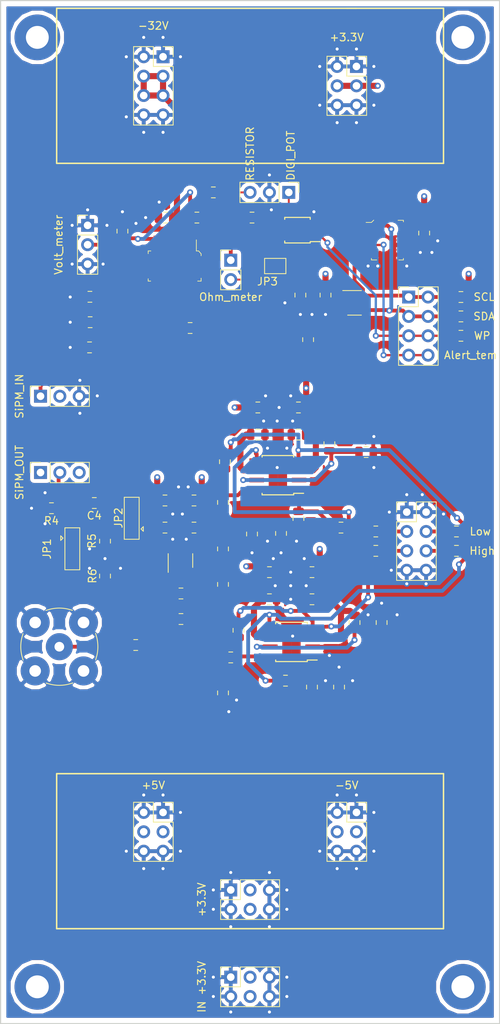
<source format=kicad_pcb>
(kicad_pcb (version 20171130) (host pcbnew "(5.0.0)")
  (title_block (title "Analogue board") (date 2019-05-27) (rev v01) (comment 4 "Author: Marek Sommer"))
  (layers (0 F.Cu signal) (1 In1.Cu signal) (2 In2.Cu signal) (31 B.Cu signal) (35 F.Paste user hide) (37 F.SilkS user hide) (39 F.Mask user hide) (44 Edge.Cuts user))
  (net 0 "")
  (net 1 GND)
  (net 2 VDD)
  (net 3 "Net-(C4-Pad1)")
  (net 4 "Net-(C4-Pad2)")
  (net 5 -5V)
  (net 6 +5V)
  (net 7 /Diff_amp/TIA_out)
  (net 8 "Net-(C9-Pad2)")
  (net 9 -36V)
  (net 10 +3V3)
  (net 11 /Diff_amp/half_out+)
  (net 12 /Diff_amp/5x_out-)
  (net 13 /Diff_amp/5x_out+)
  (net 14 /Diff_amp/half_out-)
  (net 15 /Diff_amp/SE_out)
  (net 16 "Net-(J9-Pad1)")
  (net 17 "Net-(J9-Pad3)")
  (net 18 /Power_regulation/SCL)
  (net 19 /Power_regulation/SDA)
  (net 20 /Power_regulation/WP_digipot)
  (net 21 /Power_regulation/ALERT_TMP1075)
  (net 22 "Net-(JP2-Pad2)")
  (net 23 "Net-(JP3-Pad2)")
  (net 24 "Net-(MH1-Pad1)")
  (net 25 "Net-(MH2-Pad1)")
  (net 26 "Net-(MH3-Pad1)")
  (net 27 "Net-(MH4-Pad1)")
  (net 28 "Net-(R11-Pad2)")
  (net 29 "Net-(R13-Pad1)")
  (net 30 "Net-(R14-Pad2)")
  (net 31 "Net-(R17-Pad1)")
  (net 32 "Net-(R18-Pad1)")
  (net 33 "Net-(R19-Pad1)")
  (net 34 "Net-(R20-Pad1)")
  (net 35 "Net-(R21-Pad1)")
  (net 36 "Net-(R22-Pad1)")
  (net 37 "Net-(R23-Pad1)")
  (net 38 "Net-(R24-Pad2)")
  (net 39 "Net-(R25-Pad1)")
  (net 40 "Net-(R26-Pad1)")
  (net 41 "Net-(R27-Pad1)")
  (net 42 "Net-(R28-Pad1)")
  (net 43 "Net-(J12-Pad1)")
  (net 44 "Net-(J12-Pad2)")
  (net 45 "Net-(J14-Pad2)")
  (net 46 "Net-(J13-Pad2)")
  (net 47 "Net-(J14-Pad3)")
  (net 48 "Net-(J14-Pad1)")
  (module Connector_PinHeader_2.54mm:PinHeader_2x04_P2.54mm_Vertical (layer F.Cu) (at 117.348 94.996)
    (fp_text reference Alert_tem (at 8.128 7.62) (layer F.SilkS))
    (fp_text value 02x04_Male)
    (pad 8 thru_hole oval (at 2.54 7.62) (size 1.7 1.7) (drill 1) (layers *.Cu *.Mask) (net 21 /Power_regulation/ALERT_TMP1075))
    (pad 7 thru_hole oval (at 0 7.62) (size 1.7 1.7) (drill 1) (layers *.Cu *.Mask) (net 21 /Power_regulation/ALERT_TMP1075))
    (pad 6 thru_hole oval (at 2.54 5.08) (size 1.7 1.7) (drill 1) (layers *.Cu *.Mask) (net 20 /Power_regulation/WP_digipot))
    (pad 5 thru_hole oval (at 0 5.08) (size 1.7 1.7) (drill 1) (layers *.Cu *.Mask) (net 20 /Power_regulation/WP_digipot))
    (pad 4 thru_hole oval (at 2.54 2.54) (size 1.7 1.7) (drill 1) (layers *.Cu *.Mask) (net 19 /Power_regulation/SDA))
    (pad 3 thru_hole oval (at 0 2.54) (size 1.7 1.7) (drill 1) (layers *.Cu *.Mask) (net 19 /Power_regulation/SDA))
    (pad 2 thru_hole oval (at 2.54 0) (size 1.7 1.7) (drill 1) (layers *.Cu *.Mask) (net 18 /Power_regulation/SCL))
    (pad 1 thru_hole rect (at 0 0) (size 1.7 1.7) (drill 1) (layers *.Cu *.Mask) (net 18 /Power_regulation/SCL))
  )
  (module Connector_PinSocket_2.54mm:PinSocket_2x04_P2.54mm_Vertical (layer F.Cu) (at 85.09 63.5)
    (fp_text reference -32V (at -1.27 -4.064) (layer F.SilkS))
    (fp_text value 02x04_Female)
    (pad 8 thru_hole oval (at -2.54 7.62) (size 1.7 1.7) (drill 1) (layers *.Cu *.Mask) (net 1 GND))
    (pad 7 thru_hole oval (at 0 7.62) (size 1.7 1.7) (drill 1) (layers *.Cu *.Mask) (net 1 GND))
    (pad 6 thru_hole oval (at -2.54 5.08) (size 1.7 1.7) (drill 1) (layers *.Cu *.Mask) (net 9 -36V))
    (pad 5 thru_hole oval (at 0 5.08) (size 1.7 1.7) (drill 1) (layers *.Cu *.Mask) (net 9 -36V))
    (pad 4 thru_hole oval (at -2.54 2.54) (size 1.7 1.7) (drill 1) (layers *.Cu *.Mask) (net 9 -36V))
    (pad 3 thru_hole oval (at 0 2.54) (size 1.7 1.7) (drill 1) (layers *.Cu *.Mask) (net 9 -36V))
    (pad 2 thru_hole oval (at -2.54 0) (size 1.7 1.7) (drill 1) (layers *.Cu *.Mask) (net 1 GND))
    (pad 1 thru_hole rect (at 0 0) (size 1.7 1.7) (drill 1) (layers *.Cu *.Mask) (net 1 GND))
  )
  (module Connector_PinSocket_2.54mm:PinSocket_2x03_P2.54mm_Vertical (layer F.Cu) (at 110.49 64.77)
    (fp_text reference +3.3V (at -1.27 -3.81) (layer F.SilkS))
    (fp_text value 02x03_Female)
    (pad 6 thru_hole oval (at -2.54 5.08) (size 1.7 1.7) (drill 1) (layers *.Cu *.Mask) (net 1 GND))
    (pad 5 thru_hole oval (at 0 5.08) (size 1.7 1.7) (drill 1) (layers *.Cu *.Mask) (net 1 GND))
    (pad 4 thru_hole oval (at -2.54 2.54) (size 1.7 1.7) (drill 1) (layers *.Cu *.Mask) (net 10 +3V3))
    (pad 3 thru_hole oval (at 0 2.54) (size 1.7 1.7) (drill 1) (layers *.Cu *.Mask) (net 10 +3V3))
    (pad 2 thru_hole oval (at -2.54 0) (size 1.7 1.7) (drill 1) (layers *.Cu *.Mask) (net 1 GND))
    (pad 1 thru_hole rect (at 0 0) (size 1.7 1.7) (drill 1) (layers *.Cu *.Mask) (net 1 GND))
  )
  (module Connector_PinSocket_2.54mm:PinSocket_2x03_P2.54mm_Vertical (layer F.Cu) (at 93.98 184.15 90)
    (fp_text reference "IN +3.3V" (at -1.27 -3.81 90) (layer F.SilkS))
    (fp_text value 02x03_Female)
    (pad 6 thru_hole oval (at -2.54 5.08 90) (size 1.7 1.7) (drill 1) (layers *.Cu *.Mask) (net 1 GND))
    (pad 5 thru_hole oval (at 0 5.08 90) (size 1.7 1.7) (drill 1) (layers *.Cu *.Mask) (net 1 GND))
    (pad 4 thru_hole oval (at -2.54 2.54 90) (size 1.7 1.7) (drill 1) (layers *.Cu *.Mask) (net 10 +3V3))
    (pad 3 thru_hole oval (at 0 2.54 90) (size 1.7 1.7) (drill 1) (layers *.Cu *.Mask) (net 10 +3V3))
    (pad 2 thru_hole oval (at -2.54 0 90) (size 1.7 1.7) (drill 1) (layers *.Cu *.Mask) (net 1 GND))
    (pad 1 thru_hole rect (at 0 0 90) (size 1.7 1.7) (drill 1) (layers *.Cu *.Mask) (net 1 GND))
  )
  (module Connector_PinSocket_2.54mm:PinSocket_2x03_P2.54mm_Vertical (layer F.Cu) (at 93.98 172.72 90)
    (fp_text reference +3.3V (at -1.27 -3.81 90) (layer F.SilkS))
    (fp_text value 02x03_Female)
    (pad 6 thru_hole oval (at -2.54 5.08 90) (size 1.7 1.7) (drill 1) (layers *.Cu *.Mask) (net 1 GND))
    (pad 5 thru_hole oval (at 0 5.08 90) (size 1.7 1.7) (drill 1) (layers *.Cu *.Mask) (net 1 GND))
    (pad 4 thru_hole oval (at -2.54 2.54 90) (size 1.7 1.7) (drill 1) (layers *.Cu *.Mask) (net 10 +3V3))
    (pad 3 thru_hole oval (at 0 2.54 90) (size 1.7 1.7) (drill 1) (layers *.Cu *.Mask) (net 10 +3V3))
    (pad 2 thru_hole oval (at -2.54 0 90) (size 1.7 1.7) (drill 1) (layers *.Cu *.Mask) (net 1 GND))
    (pad 1 thru_hole rect (at 0 0 90) (size 1.7 1.7) (drill 1) (layers *.Cu *.Mask) (net 1 GND))
  )
  (module Connector_PinSocket_2.54mm:PinSocket_2x03_P2.54mm_Vertical (layer F.Cu) (at 110.49 162.56)
    (fp_text reference -5V (at -1.27 -3.556) (layer F.SilkS))
    (fp_text value 02x03_Female)
    (pad 6 thru_hole oval (at -2.54 5.08) (size 1.7 1.7) (drill 1) (layers *.Cu *.Mask) (net 1 GND))
    (pad 5 thru_hole oval (at 0 5.08) (size 1.7 1.7) (drill 1) (layers *.Cu *.Mask) (net 1 GND))
    (pad 4 thru_hole oval (at -2.54 2.54) (size 1.7 1.7) (drill 1) (layers *.Cu *.Mask) (net 5 -5V))
    (pad 3 thru_hole oval (at 0 2.54) (size 1.7 1.7) (drill 1) (layers *.Cu *.Mask) (net 5 -5V))
    (pad 2 thru_hole oval (at -2.54 0) (size 1.7 1.7) (drill 1) (layers *.Cu *.Mask) (net 1 GND))
    (pad 1 thru_hole rect (at 0 0) (size 1.7 1.7) (drill 1) (layers *.Cu *.Mask) (net 1 GND))
  )
  (module Connector_PinSocket_2.54mm:PinSocket_2x03_P2.54mm_Vertical (layer F.Cu) (at 85.09 162.56)
    (fp_text reference +5V (at -1.27 -3.556) (layer F.SilkS))
    (fp_text value 02x03_Female)
    (pad 6 thru_hole oval (at -2.54 5.08) (size 1.7 1.7) (drill 1) (layers *.Cu *.Mask) (net 1 GND))
    (pad 5 thru_hole oval (at 0 5.08) (size 1.7 1.7) (drill 1) (layers *.Cu *.Mask) (net 1 GND))
    (pad 4 thru_hole oval (at -2.54 2.54) (size 1.7 1.7) (drill 1) (layers *.Cu *.Mask) (net 6 +5V))
    (pad 3 thru_hole oval (at 0 2.54) (size 1.7 1.7) (drill 1) (layers *.Cu *.Mask) (net 6 +5V))
    (pad 2 thru_hole oval (at -2.54 0) (size 1.7 1.7) (drill 1) (layers *.Cu *.Mask) (net 1 GND))
    (pad 1 thru_hole rect (at 0 0) (size 1.7 1.7) (drill 1) (layers *.Cu *.Mask) (net 1 GND))
  )
  (module Capacitor_SMD:C_0805_2012Metric (layer F.Cu) (at 75.438 101.6 180)
    (fp_text reference C1 hide)
    (fp_text value 10uF hide)
    (pad 2 smd roundrect (at 0.9375 0 180) (size 0.975 1.4) (layers F.Cu F.Paste F.Mask) (net 1 GND))
    (pad 1 smd roundrect (at -0.9375 0 180) (size 0.975 1.4) (layers F.Cu F.Paste F.Mask) (net 2 VDD))
  )
  (module Capacitor_SMD:C_0805_2012Metric (layer F.Cu) (at 75.5165 98.298 180)
    (fp_text reference C2 hide)
    (fp_text value 1uF hide)
    (pad 2 smd roundrect (at 0.9375 0 180) (size 0.975 1.4) (layers F.Cu F.Paste F.Mask) (net 1 GND))
    (pad 1 smd roundrect (at -0.9375 0 180) (size 0.975 1.4) (layers F.Cu F.Paste F.Mask) (net 2 VDD))
  )
  (module Capacitor_SMD:C_0805_2012Metric (layer F.Cu) (at 75.485846 94.965346 180)
    (fp_text reference C3 hide)
    (fp_text value 0.01uF hide)
    (pad 2 smd roundrect (at 0.9375 0 180) (size 0.975 1.4) (layers F.Cu F.Paste F.Mask) (net 1 GND))
    (pad 1 smd roundrect (at -0.9375 0 180) (size 0.975 1.4) (layers F.Cu F.Paste F.Mask) (net 2 VDD))
  )
  (module Capacitor_SMD:C_0805_2012Metric (layer F.Cu) (at 76.0625 122 180)
    (fp_text reference C4 (at 0 -1.65 180) (layer F.SilkS))
    (fp_text value 100nF hide)
    (pad 1 smd roundrect (at -0.9375 0 180) (size 0.975 1.4) (layers F.Cu F.Paste F.Mask) (net 3 "Net-(C4-Pad1)"))
    (pad 2 smd roundrect (at 0.9375 0 180) (size 0.975 1.4) (layers F.Cu F.Paste F.Mask) (net 4 "Net-(C4-Pad2)"))
  )
  (module Capacitor_SMD:C_0805_2012Metric (layer F.Cu) (at 85.344 125.222)
    (fp_text reference C5 hide)
    (fp_text value 0.1uF hide)
    (pad 1 smd roundrect (at -0.9375 0) (size 0.975 1.4) (layers F.Cu F.Paste F.Mask) (net 5 -5V))
    (pad 2 smd roundrect (at 0.9375 0) (size 0.975 1.4) (layers F.Cu F.Paste F.Mask) (net 1 GND))
  )
  (module Capacitor_SMD:C_0805_2012Metric (layer F.Cu) (at 85.344 121.666)
    (fp_text reference C6 hide)
    (fp_text value 10uF hide)
    (pad 2 smd roundrect (at 0.9375 0) (size 0.975 1.4) (layers F.Cu F.Paste F.Mask) (net 1 GND))
    (pad 1 smd roundrect (at -0.9375 0) (size 0.975 1.4) (layers F.Cu F.Paste F.Mask) (net 5 -5V))
  )
  (module Capacitor_SMD:C_0805_2012Metric (layer F.Cu) (at 89.154 121.666)
    (fp_text reference C7 hide)
    (fp_text value 10uF hide)
    (pad 1 smd roundrect (at -0.9375 0) (size 0.975 1.4) (layers F.Cu F.Paste F.Mask) (net 1 GND))
    (pad 2 smd roundrect (at 0.9375 0) (size 0.975 1.4) (layers F.Cu F.Paste F.Mask) (net 6 +5V))
  )
  (module Capacitor_SMD:C_0805_2012Metric (layer F.Cu) (at 89.154 125.222)
    (fp_text reference C8 hide)
    (fp_text value 0.1uF hide)
    (pad 2 smd roundrect (at 0.9375 0) (size 0.975 1.4) (layers F.Cu F.Paste F.Mask) (net 6 +5V))
    (pad 1 smd roundrect (at -0.9375 0) (size 0.975 1.4) (layers F.Cu F.Paste F.Mask) (net 1 GND))
  )
  (module Capacitor_SMD:C_0805_2012Metric (layer F.Cu) (at 87.44434 137.20826 180)
    (fp_text reference C9 hide)
    (fp_text value 3pF hide)
    (pad 1 smd roundrect (at -0.9375 0 180) (size 0.975 1.4) (layers F.Cu F.Paste F.Mask) (net 7 /Diff_amp/TIA_out))
    (pad 2 smd roundrect (at 0.9375 0 180) (size 0.975 1.4) (layers F.Cu F.Paste F.Mask) (net 8 "Net-(C9-Pad2)"))
  )
  (module Capacitor_SMD:C_0805_2012Metric (layer F.Cu) (at 85.4225 84.582 180)
    (fp_text reference C10 hide)
    (fp_text value 10uF/50V hide)
    (pad 2 smd roundrect (at 0.9375 0 180) (size 0.975 1.4) (layers F.Cu F.Paste F.Mask) (net 1 GND))
    (pad 1 smd roundrect (at -0.9375 0 180) (size 0.975 1.4) (layers F.Cu F.Paste F.Mask) (net 9 -36V))
  )
  (module Capacitor_SMD:C_0805_2012Metric (layer F.Cu) (at 119.38 86.614 270)
    (fp_text reference C11 hide)
    (fp_text value 1uF hide)
    (pad 1 smd roundrect (at -0.9375 0 270) (size 0.975 1.4) (layers F.Cu F.Paste F.Mask) (net 10 +3V3))
    (pad 2 smd roundrect (at 0.9375 0 270) (size 0.975 1.4) (layers F.Cu F.Paste F.Mask) (net 1 GND))
  )
  (module Capacitor_SMD:C_0805_2012Metric (layer F.Cu) (at 79.756 86.36 90)
    (fp_text reference C12 hide)
    (fp_text value 1uF/50V hide)
    (pad 2 smd roundrect (at 0.9375 0 90) (size 0.975 1.4) (layers F.Cu F.Paste F.Mask) (net 1 GND))
    (pad 1 smd roundrect (at -0.9375 0 90) (size 0.975 1.4) (layers F.Cu F.Paste F.Mask) (net 2 VDD))
  )
  (module Capacitor_SMD:C_0805_2012Metric (layer F.Cu) (at 103.124 94.742 90)
    (fp_text reference C13 hide)
    (fp_text value 1uF hide)
    (pad 2 smd roundrect (at 0.9375 0 90) (size 0.975 1.4) (layers F.Cu F.Paste F.Mask) (net 10 +3V3))
    (pad 1 smd roundrect (at -0.9375 0 90) (size 0.975 1.4) (layers F.Cu F.Paste F.Mask) (net 1 GND))
  )
  (module Capacitor_SMD:C_0805_2012Metric (layer F.Cu) (at 106.426 94.742 90)
    (fp_text reference C14 hide)
    (fp_text value 0.1uF hide)
    (pad 1 smd roundrect (at -0.9375 0 90) (size 0.975 1.4) (layers F.Cu F.Paste F.Mask) (net 1 GND))
    (pad 2 smd roundrect (at 0.9375 0 90) (size 0.975 1.4) (layers F.Cu F.Paste F.Mask) (net 10 +3V3))
  )
  (module Capacitor_SMD:C_0805_2012Metric (layer F.Cu) (at 102.87 109.474)
    (fp_text reference C15 hide)
    (fp_text value 10uF hide)
    (pad 1 smd roundrect (at -0.9375 0) (size 0.975 1.4) (layers F.Cu F.Paste F.Mask) (net 1 GND))
    (pad 2 smd roundrect (at 0.9375 0) (size 0.975 1.4) (layers F.Cu F.Paste F.Mask) (net 6 +5V))
  )
  (module Capacitor_SMD:C_0805_2012Metric (layer F.Cu) (at 102.87 113.03)
    (fp_text reference C16 hide)
    (fp_text value 0.1uF hide)
    (pad 2 smd roundrect (at 0.9375 0) (size 0.975 1.4) (layers F.Cu F.Paste F.Mask) (net 6 +5V))
    (pad 1 smd roundrect (at -0.9375 0) (size 0.975 1.4) (layers F.Cu F.Paste F.Mask) (net 1 GND))
  )
  (module Capacitor_SMD:C_0805_2012Metric (layer F.Cu) (at 104.648 131.064)
    (fp_text reference C17 hide)
    (fp_text value 10uF hide)
    (pad 1 smd roundrect (at -0.9375 0) (size 0.975 1.4) (layers F.Cu F.Paste F.Mask) (net 1 GND))
    (pad 2 smd roundrect (at 0.9375 0) (size 0.975 1.4) (layers F.Cu F.Paste F.Mask) (net 6 +5V))
  )
  (module Capacitor_SMD:C_0805_2012Metric (layer F.Cu) (at 104.648 134.62)
    (fp_text reference C18 hide)
    (fp_text value 0.1uF hide)
    (pad 2 smd roundrect (at 0.9375 0) (size 0.975 1.4) (layers F.Cu F.Paste F.Mask) (net 6 +5V))
    (pad 1 smd roundrect (at -0.9375 0) (size 0.975 1.4) (layers F.Cu F.Paste F.Mask) (net 1 GND))
  )
  (module Capacitor_SMD:C_0805_2012Metric (layer F.Cu) (at 97.536 113.03 180)
    (fp_text reference C19 hide)
    (fp_text value 0.1uF hide)
    (pad 1 smd roundrect (at -0.9375 0 180) (size 0.975 1.4) (layers F.Cu F.Paste F.Mask) (net 1 GND))
    (pad 2 smd roundrect (at 0.9375 0 180) (size 0.975 1.4) (layers F.Cu F.Paste F.Mask) (net 5 -5V))
  )
  (module Capacitor_SMD:C_0805_2012Metric (layer F.Cu) (at 97.536 109.474 180)
    (fp_text reference C20 hide)
    (fp_text value 10uF hide)
    (pad 2 smd roundrect (at 0.9375 0 180) (size 0.975 1.4) (layers F.Cu F.Paste F.Mask) (net 5 -5V))
    (pad 1 smd roundrect (at -0.9375 0 180) (size 0.975 1.4) (layers F.Cu F.Paste F.Mask) (net 1 GND))
  )
  (module Capacitor_SMD:C_0805_2012Metric (layer F.Cu) (at 99.06 134.62 180)
    (fp_text reference C21 hide)
    (fp_text value 0.1uF hide)
    (pad 1 smd roundrect (at -0.9375 0 180) (size 0.975 1.4) (layers F.Cu F.Paste F.Mask) (net 1 GND))
    (pad 2 smd roundrect (at 0.9375 0 180) (size 0.975 1.4) (layers F.Cu F.Paste F.Mask) (net 5 -5V))
  )
  (module Capacitor_SMD:C_0805_2012Metric (layer F.Cu) (at 99.06 131.064 180)
    (fp_text reference C22 hide)
    (fp_text value 10uF hide)
    (pad 1 smd roundrect (at -0.9375 0 180) (size 0.975 1.4) (layers F.Cu F.Paste F.Mask) (net 1 GND))
    (pad 2 smd roundrect (at 0.9375 0 180) (size 0.975 1.4) (layers F.Cu F.Paste F.Mask) (net 5 -5V))
  )
  (module Connector_PinHeader_2.54mm:PinHeader_2x04_P2.54mm_Vertical (layer F.Cu) (at 117.094 123.19)
    (fp_text reference J7 hide)
    (fp_text value 02x04_Male)
    (pad 1 thru_hole rect (at 0 0) (size 1.7 1.7) (drill 1) (layers *.Cu *.Mask) (net 1 GND))
    (pad 2 thru_hole oval (at 2.54 0) (size 1.7 1.7) (drill 1) (layers *.Cu *.Mask) (net 1 GND))
    (pad 3 thru_hole oval (at 0 2.54) (size 1.7 1.7) (drill 1) (layers *.Cu *.Mask) (net 11 /Diff_amp/half_out+))
    (pad 4 thru_hole oval (at 2.54 2.54) (size 1.7 1.7) (drill 1) (layers *.Cu *.Mask) (net 14 /Diff_amp/half_out-))
    (pad 5 thru_hole oval (at 0 5.08) (size 1.7 1.7) (drill 1) (layers *.Cu *.Mask) (net 12 /Diff_amp/5x_out-))
    (pad 6 thru_hole oval (at 2.54 5.08) (size 1.7 1.7) (drill 1) (layers *.Cu *.Mask) (net 13 /Diff_amp/5x_out+))
    (pad 7 thru_hole oval (at 0 7.62) (size 1.7 1.7) (drill 1) (layers *.Cu *.Mask) (net 1 GND))
    (pad 8 thru_hole oval (at 2.54 7.62) (size 1.7 1.7) (drill 1) (layers *.Cu *.Mask) (net 1 GND))
  )
  (module Connector_Coaxial:BNC_TEConnectivity_1478204_Vertical (layer F.Cu) (at 71.47052 140.83538)
    (fp_text reference J8 hide)
    (fp_text value Conn_Coaxial)
    (pad 2 thru_hole circle (at -3.175 -3.175) (size 3.81 3.81) (drill 1.524) (layers *.Cu *.Mask) (net 1 GND))
    (pad 1 thru_hole circle (at 0 0) (size 3.556 3.556) (drill 1.27) (layers *.Cu *.Mask) (net 15 /Diff_amp/SE_out))
    (pad 2 thru_hole circle (at 3.175 -3.175) (size 3.81 3.81) (drill 1.524) (layers *.Cu *.Mask) (net 1 GND))
    (pad 2 thru_hole circle (at -3.175 3.175) (size 3.81 3.81) (drill 1.524) (layers *.Cu *.Mask) (net 1 GND))
    (pad 2 thru_hole circle (at 3.175 3.175) (size 3.81 3.81) (drill 1.524) (layers *.Cu *.Mask) (net 1 GND))
  )
  (module Connector_PinHeader_2.54mm:PinHeader_1x03_P2.54mm_Vertical (layer F.Cu) (at 101.6 81.28 270)
    (fp_text reference JP hide)
    (fp_text value 01x03_Male)
    (pad 1 thru_hole rect (at 0 0 270) (size 1.7 1.7) (drill 1) (layers *.Cu *.Mask) (net 16 "Net-(J9-Pad1)"))
    (pad 2 thru_hole oval (at 0 2.54 270) (size 1.7 1.7) (drill 1) (layers *.Cu *.Mask) (net 1 GND))
    (pad 3 thru_hole oval (at 0 5.08 270) (size 1.7 1.7) (drill 1) (layers *.Cu *.Mask) (net 17 "Net-(J9-Pad3)"))
  )
  (module Connector_PinHeader_2.54mm:PinHeader_1x03_P2.54mm_Vertical (layer F.Cu) (at 75.184 85.598)
    (fp_text reference Volt_meter (at -3.81 2.54 90) (layer F.SilkS))
    (fp_text value 01x03_Male)
    (pad 3 thru_hole oval (at 0 5.08) (size 1.7 1.7) (drill 1) (layers *.Cu *.Mask) (net 1 GND))
    (pad 2 thru_hole oval (at 0 2.54) (size 1.7 1.7) (drill 1) (layers *.Cu *.Mask) (net 2 VDD))
    (pad 1 thru_hole rect (at 0 0) (size 1.7 1.7) (drill 1) (layers *.Cu *.Mask) (net 1 GND))
  )
  (module Jumper:SolderJumper-3_P2.0mm_Open_TrianglePad1.0x1.5mm (layer F.Cu) (at 73.152 128 270)
    (fp_text reference JP1 (at 0.016 3.302 270) (layer F.SilkS))
    (fp_text value Jumper_3_Open)
    (pad 1 smd custom (at -2 0 270) (size 0.3 0.3) (layers F.Cu F.Mask) (net 4 "Net-(C4-Pad2)") (options (clearance outline) (anchor rect)) (primitives (gr_poly (pts (xy -0.5 -0.75) (xy 0.5 -0.75) (xy 1 0) (xy 0.5 0.75) (xy -0.5 0.75)) (width 0))))
    (pad 2 smd custom (at 0 0 270) (size 0.3 0.3) (layers F.Cu) (net 45 "Net-(J14-Pad2)") (options (clearance outline) (anchor rect)) (primitives (gr_poly (pts (xy -1.2 -0.75) (xy 1.2 -0.75) (xy 0.7 0) (xy 1.2 0.75) (xy -1.2 0.75) (xy -0.7 0)) (width 0))))
    (pad 3 smd custom (at 2 0 90) (size 0.3 0.3) (layers F.Cu F.Mask) (net 8 "Net-(C9-Pad2)") (options (clearance outline) (anchor rect)) (primitives (gr_poly (pts (xy -0.5 -0.75) (xy 0.5 -0.75) (xy 1 0) (xy 0.5 0.75) (xy -0.5 0.75)) (width 0))))
  )
  (module Jumper:SolderJumper-3_P2.0mm_Open_TrianglePad1.0x1.5mm (layer F.Cu) (at 81 124 90)
    (fp_text reference JP2 (at 0.048 -1.752 90) (layer F.SilkS))
    (fp_text value Jumper_3_Open)
    (pad 3 smd custom (at 2 0 270) (size 0.3 0.3) (layers F.Cu F.Mask) (net 3 "Net-(C4-Pad1)") (options (clearance outline) (anchor rect)) (primitives (gr_poly (pts (xy -0.5 -0.75) (xy 0.5 -0.75) (xy 1 0) (xy 0.5 0.75) (xy -0.5 0.75)) (width 0))))
    (pad 2 smd custom (at 0 0 90) (size 0.3 0.3) (layers F.Cu) (net 22 "Net-(JP2-Pad2)") (options (clearance outline) (anchor rect)) (primitives (gr_poly (pts (xy -1.2 -0.75) (xy 1.2 -0.75) (xy 0.7 0) (xy 1.2 0.75) (xy -1.2 0.75) (xy -0.7 0)) (width 0))))
    (pad 1 smd custom (at -2 0 90) (size 0.3 0.3) (layers F.Cu F.Mask) (net 1 GND) (options (clearance outline) (anchor rect)) (primitives (gr_poly (pts (xy -0.5 -0.75) (xy 0.5 -0.75) (xy 1 0) (xy 0.5 0.75) (xy -0.5 0.75)) (width 0))))
  )
  (module Jumper:SolderJumper-2_P1.3mm_Open_Pad1.0x1.5mm (layer F.Cu) (at 99.822 90.932 180)
    (fp_text reference JP3 (at 1.016 -2.032 180) (layer F.SilkS))
    (fp_text value Jumper)
    (pad 2 smd rect (at 0.65 0 180) (size 1 1.5) (layers F.Cu F.Mask) (net 23 "Net-(JP3-Pad2)"))
    (pad 1 smd rect (at -0.65 0 180) (size 1 1.5) (layers F.Cu F.Mask) (net 10 +3V3))
  )
  (module MountingHole:MountingHole_3mm_Pad (layer F.Cu) (at 68.58 60.96)
    (fp_text reference MH1 hide)
    (fp_text value MountingHole_Pad hide)
    (pad 1 thru_hole circle (at 0 0) (size 6 6) (drill 3) (layers *.Cu *.Mask) (net 24 "Net-(MH1-Pad1)"))
  )
  (module MountingHole:MountingHole_3mm_Pad (layer F.Cu) (at 124.46 60.96)
    (fp_text reference MH2 hide)
    (fp_text value MountingHole_Pad hide)
    (pad 1 thru_hole circle (at 0 0) (size 6 6) (drill 3) (layers *.Cu *.Mask) (net 25 "Net-(MH2-Pad1)"))
  )
  (module MountingHole:MountingHole_3mm_Pad (layer F.Cu) (at 68.58 185.42)
    (fp_text reference MH3 hide)
    (fp_text value MountingHole_Pad hide)
    (pad 1 thru_hole circle (at 0 0) (size 6 6) (drill 3) (layers *.Cu *.Mask) (net 26 "Net-(MH3-Pad1)"))
  )
  (module MountingHole:MountingHole_3mm_Pad (layer F.Cu) (at 124.46 185.42)
    (fp_text reference MH4 hide)
    (fp_text value MountingHole_Pad hide)
    (pad 1 thru_hole circle (at 0 0) (size 6 6) (drill 3) (layers *.Cu *.Mask) (net 27 "Net-(MH4-Pad1)"))
  )
  (module Resistor_SMD:R_0805_2012Metric (layer F.Cu) (at 124.206 94.996 180)
    (fp_text reference SCL (at -3.048 0 180) (layer F.SilkS))
    (fp_text value 10k hide)
    (pad 1 smd roundrect (at -0.9375 0 180) (size 0.975 1.4) (layers F.Cu F.Paste F.Mask) (net 10 +3V3))
    (pad 2 smd roundrect (at 0.9375 0 180) (size 0.975 1.4) (layers F.Cu F.Paste F.Mask) (net 18 /Power_regulation/SCL))
  )
  (module Resistor_SMD:R_0805_2012Metric (layer F.Cu) (at 124.206 97.536 180)
    (fp_text reference SDA (at -3.048 0 180) (layer F.SilkS))
    (fp_text value 10k hide)
    (pad 2 smd roundrect (at 0.9375 0 180) (size 0.975 1.4) (layers F.Cu F.Paste F.Mask) (net 19 /Power_regulation/SDA))
    (pad 1 smd roundrect (at -0.9375 0 180) (size 0.975 1.4) (layers F.Cu F.Paste F.Mask) (net 10 +3V3))
  )
  (module Resistor_SMD:R_0805_2012Metric (layer F.Cu) (at 124.206 100.076 180)
    (fp_text reference WP (at -2.794 0 180) (layer F.SilkS))
    (fp_text value 10k hide)
    (pad 1 smd roundrect (at -0.9375 0 180) (size 0.975 1.4) (layers F.Cu F.Paste F.Mask) (net 10 +3V3))
    (pad 2 smd roundrect (at 0.9375 0 180) (size 0.975 1.4) (layers F.Cu F.Paste F.Mask) (net 20 /Power_regulation/WP_digipot))
  )
  (module Resistor_SMD:R_0805_2012Metric (layer F.Cu) (at 70.4365 122.682 180)
    (fp_text reference R4 (at 0 -1.65 180) (layer F.SilkS))
    (fp_text value 10R hide)
    (pad 1 smd roundrect (at -0.9375 0 180) (size 0.975 1.4) (layers F.Cu F.Paste F.Mask) (net 45 "Net-(J14-Pad2)"))
    (pad 2 smd roundrect (at 0.9375 0 180) (size 0.975 1.4) (layers F.Cu F.Paste F.Mask) (net 1 GND))
  )
  (module Resistor_SMD:R_0805_2012Metric (layer F.Cu) (at 77.47 127 270)
    (fp_text reference R5 (at -0.0254 1.7238 270) (layer F.SilkS))
    (fp_text value 1k hide)
    (pad 1 smd roundrect (at -0.9375 0 270) (size 0.975 1.4) (layers F.Cu F.Paste F.Mask) (net 3 "Net-(C4-Pad1)"))
    (pad 2 smd roundrect (at 0.9375 0 270) (size 0.975 1.4) (layers F.Cu F.Paste F.Mask) (net 1 GND))
  )
  (module Resistor_SMD:R_0805_2012Metric (layer F.Cu) (at 77.47 131.572 90)
    (fp_text reference R6 (at 0 -1.65 90) (layer F.SilkS))
    (fp_text value 100R hide)
    (pad 2 smd roundrect (at 0.9375 0 90) (size 0.975 1.4) (layers F.Cu F.Paste F.Mask) (net 1 GND))
    (pad 1 smd roundrect (at -0.9375 0 90) (size 0.975 1.4) (layers F.Cu F.Paste F.Mask) (net 8 "Net-(C9-Pad2)"))
  )
  (module Resistor_SMD:R_0805_2012Metric (layer F.Cu) (at 87.44204 133.858 180)
    (fp_text reference R7 hide)
    (fp_text value 470R hide)
    (pad 2 smd roundrect (at 0.9375 0 180) (size 0.975 1.4) (layers F.Cu F.Paste F.Mask) (net 8 "Net-(C9-Pad2)"))
    (pad 1 smd roundrect (at -0.9375 0 180) (size 0.975 1.4) (layers F.Cu F.Paste F.Mask) (net 7 /Diff_amp/TIA_out))
  )
  (module Resistor_SMD:R_0805_2012Metric (layer F.Cu) (at 91.694 81.28)
    (fp_text reference R8 hide)
    (fp_text value 30k hide)
    (pad 2 smd roundrect (at 0.9375 0) (size 0.975 1.4) (layers F.Cu F.Paste F.Mask) (net 17 "Net-(J9-Pad3)"))
    (pad 1 smd roundrect (at -0.9375 0) (size 0.975 1.4) (layers F.Cu F.Paste F.Mask) (net 43 "Net-(J12-Pad1)"))
  )
  (module Resistor_SMD:R_0805_2012Metric (layer F.Cu) (at 96.774 84.582 180)
    (fp_text reference R9 hide)
    (fp_text value 2.7k hide)
    (pad 1 smd roundrect (at -0.9375 0 180) (size 0.975 1.4) (layers F.Cu F.Paste F.Mask) (net 1 GND))
    (pad 2 smd roundrect (at 0.9375 0 180) (size 0.975 1.4) (layers F.Cu F.Paste F.Mask) (net 43 "Net-(J12-Pad1)"))
  )
  (module Resistor_SMD:R_0805_2012Metric (layer F.Cu) (at 89.535 84.582 180)
    (fp_text reference R10 hide)
    (fp_text value 120R hide)
    (pad 2 smd roundrect (at 0.9375 0 180) (size 0.975 1.4) (layers F.Cu F.Paste F.Mask) (net 2 VDD))
    (pad 1 smd roundrect (at -0.9375 0 180) (size 0.975 1.4) (layers F.Cu F.Paste F.Mask) (net 43 "Net-(J12-Pad1)"))
  )
  (module Resistor_SMD:R_0805_2012Metric (layer F.Cu) (at 104.14 100.584 90)
    (fp_text reference R11 hide)
    (fp_text value 4k hide)
    (pad 1 smd roundrect (at -0.9375 0 90) (size 0.975 1.4) (layers F.Cu F.Paste F.Mask) (net 6 +5V))
    (pad 2 smd roundrect (at 0.9375 0 90) (size 0.975 1.4) (layers F.Cu F.Paste F.Mask) (net 28 "Net-(R11-Pad2)"))
  )
  (module Resistor_SMD:R_0805_2012Metric (layer F.Cu) (at 88.646 99.06 180)
    (fp_text reference R12 hide)
    (fp_text value 26k hide)
    (pad 2 smd roundrect (at 0.9375 0 180) (size 0.975 1.4) (layers F.Cu F.Paste F.Mask) (net 2 VDD))
    (pad 1 smd roundrect (at -0.9375 0 180) (size 0.975 1.4) (layers F.Cu F.Paste F.Mask) (net 28 "Net-(R11-Pad2)"))
  )
  (module Resistor_SMD:R_0805_2012Metric (layer F.Cu) (at 92.964 128.016 270)
    (fp_text reference R13 hide)
    (fp_text value 50R hide)
    (pad 1 smd roundrect (at -0.9375 0 270) (size 0.975 1.4) (layers F.Cu F.Paste F.Mask) (net 29 "Net-(R13-Pad1)"))
    (pad 2 smd roundrect (at 0.9375 0 270) (size 0.975 1.4) (layers F.Cu F.Paste F.Mask) (net 7 /Diff_amp/TIA_out))
  )
  (module Resistor_SMD:R_0805_2012Metric (layer F.Cu) (at 92.964 132.6665 270)
    (fp_text reference R14 hide)
    (fp_text value 50R hide)
    (pad 2 smd roundrect (at 0.9375 0 270) (size 0.975 1.4) (layers F.Cu F.Paste F.Mask) (net 30 "Net-(R14-Pad2)"))
    (pad 1 smd roundrect (at -0.9375 0 270) (size 0.975 1.4) (layers F.Cu F.Paste F.Mask) (net 7 /Diff_amp/TIA_out))
  )
  (module Resistor_SMD:R_0805_2012Metric (layer F.Cu) (at 96.774 126.0625 270)
    (fp_text reference R15 hide)
    (fp_text value 24.9R hide)
    (pad 1 smd roundrect (at -0.9375 0 270) (size 0.975 1.4) (layers F.Cu F.Paste F.Mask) (net 29 "Net-(R13-Pad1)"))
    (pad 2 smd roundrect (at 0.9375 0 270) (size 0.975 1.4) (layers F.Cu F.Paste F.Mask) (net 1 GND))
  )
  (module Resistor_SMD:R_0805_2012Metric (layer F.Cu) (at 92.964 146.8905 270)
    (fp_text reference R16 hide)
    (fp_text value 84.5R hide)
    (pad 1 smd roundrect (at -0.9375 0 270) (size 0.975 1.4) (layers F.Cu F.Paste F.Mask) (net 30 "Net-(R14-Pad2)"))
    (pad 2 smd roundrect (at 0.9375 0 270) (size 0.975 1.4) (layers F.Cu F.Paste F.Mask) (net 1 GND))
  )
  (module Resistor_SMD:R_0805_2012Metric (layer F.Cu) (at 100.584 125.984 270)
    (fp_text reference R17 hide)
    (fp_text value 16.5R hide)
    (pad 1 smd roundrect (at -0.9375 0 270) (size 0.975 1.4) (layers F.Cu F.Paste F.Mask) (net 31 "Net-(R17-Pad1)"))
    (pad 2 smd roundrect (at 0.9375 0 270) (size 0.975 1.4) (layers F.Cu F.Paste F.Mask) (net 1 GND))
  )
  (module Resistor_SMD:R_0805_2012Metric (layer F.Cu) (at 108.204 146.1285 90)
    (fp_text reference R18 hide)
    (fp_text value 31.6R hide)
    (pad 2 smd roundrect (at 0.9375 0 90) (size 0.975 1.4) (layers F.Cu F.Paste F.Mask) (net 1 GND))
    (pad 1 smd roundrect (at -0.9375 0 90) (size 0.975 1.4) (layers F.Cu F.Paste F.Mask) (net 32 "Net-(R18-Pad1)"))
  )
  (module Resistor_SMD:R_0805_2012Metric (layer F.Cu) (at 102.87 124.0305 270)
    (fp_text reference R19 hide)
    (fp_text value 255R hide)
    (pad 2 smd roundrect (at 0.9375 0 270) (size 0.975 1.4) (layers F.Cu F.Paste F.Mask) (net 31 "Net-(R17-Pad1)"))
    (pad 1 smd roundrect (at -0.9375 0 270) (size 0.975 1.4) (layers F.Cu F.Paste F.Mask) (net 33 "Net-(R19-Pad1)"))
  )
  (module Resistor_SMD:R_0805_2012Metric (layer F.Cu) (at 92.964 121.92 270)
    (fp_text reference R20 hide)
    (fp_text value 255R hide)
    (pad 2 smd roundrect (at 0.9375 0 270) (size 0.975 1.4) (layers F.Cu F.Paste F.Mask) (net 29 "Net-(R13-Pad1)"))
    (pad 1 smd roundrect (at -0.9375 0 270) (size 0.975 1.4) (layers F.Cu F.Paste F.Mask) (net 34 "Net-(R20-Pad1)"))
  )
  (module Resistor_SMD:R_0805_2012Metric (layer F.Cu) (at 113.792 137.668 90)
    (fp_text reference R21 hide)
    (fp_text value 1k hide)
    (pad 1 smd roundrect (at -0.9375 0 90) (size 0.975 1.4) (layers F.Cu F.Paste F.Mask) (net 35 "Net-(R21-Pad1)"))
    (pad 2 smd roundrect (at 0.9375 0 90) (size 0.975 1.4) (layers F.Cu F.Paste F.Mask) (net 1 GND))
  )
  (module Resistor_SMD:R_0805_2012Metric (layer F.Cu) (at 104.648 146.1285 270)
    (fp_text reference R22 hide)
    (fp_text value 68.1R hide)
    (pad 1 smd roundrect (at -0.9375 0 270) (size 0.975 1.4) (layers F.Cu F.Paste F.Mask) (net 36 "Net-(R22-Pad1)"))
    (pad 2 smd roundrect (at 0.9375 0 270) (size 0.975 1.4) (layers F.Cu F.Paste F.Mask) (net 32 "Net-(R18-Pad1)"))
  )
  (module Resistor_SMD:R_0805_2012Metric (layer F.Cu) (at 93.98 142.24 180)
    (fp_text reference R23 hide)
    (fp_text value 68.1R hide)
    (pad 2 smd roundrect (at 0.9375 0 180) (size 0.975 1.4) (layers F.Cu F.Paste F.Mask) (net 30 "Net-(R14-Pad2)"))
    (pad 1 smd roundrect (at -0.9375 0 180) (size 0.975 1.4) (layers F.Cu F.Paste F.Mask) (net 37 "Net-(R23-Pad1)"))
  )
  (module Resistor_SMD:R_0805_2012Metric (layer F.Cu) (at 111.76 115.316 180)
    (fp_text reference R24 hide)
    (fp_text value 1k hide)
    (pad 1 smd roundrect (at -0.9375 0 180) (size 0.975 1.4) (layers F.Cu F.Paste F.Mask) (net 1 GND))
    (pad 2 smd roundrect (at 0.9375 0 180) (size 0.975 1.4) (layers F.Cu F.Paste F.Mask) (net 38 "Net-(R24-Pad2)"))
  )
  (module Resistor_SMD:R_0805_2012Metric (layer F.Cu) (at 108.458 125.222 180)
    (fp_text reference R25 hide)
    (fp_text value 274R hide)
    (pad 2 smd roundrect (at 0.9375 0 180) (size 0.975 1.4) (layers F.Cu F.Paste F.Mask) (net 33 "Net-(R19-Pad1)"))
    (pad 1 smd roundrect (at -0.9375 0 180) (size 0.975 1.4) (layers F.Cu F.Paste F.Mask) (net 39 "Net-(R25-Pad1)"))
  )
  (module Resistor_SMD:R_0805_2012Metric (layer F.Cu) (at 93.218 116.586 270)
    (fp_text reference R26 hide)
    (fp_text value 274R hide)
    (pad 1 smd roundrect (at -0.9375 0 270) (size 0.975 1.4) (layers F.Cu F.Paste F.Mask) (net 40 "Net-(R26-Pad1)"))
    (pad 2 smd roundrect (at 0.9375 0 270) (size 0.975 1.4) (layers F.Cu F.Paste F.Mask) (net 34 "Net-(R20-Pad1)"))
  )
  (module Resistor_SMD:R_0805_2012Metric (layer F.Cu) (at 101.1705 145.288)
    (fp_text reference R27 hide)
    (fp_text value 500R hide)
    (pad 1 smd roundrect (at -0.9375 0) (size 0.975 1.4) (layers F.Cu F.Paste F.Mask) (net 41 "Net-(R27-Pad1)"))
    (pad 2 smd roundrect (at 0.9375 0) (size 0.975 1.4) (layers F.Cu F.Paste F.Mask) (net 36 "Net-(R22-Pad1)"))
  )
  (module Resistor_SMD:R_0805_2012Metric (layer F.Cu) (at 94.996 138.684 270)
    (fp_text reference R28 hide)
    (fp_text value 500R hide)
    (pad 2 smd roundrect (at 0.9375 0 270) (size 0.975 1.4) (layers F.Cu F.Paste F.Mask) (net 37 "Net-(R23-Pad1)"))
    (pad 1 smd roundrect (at -0.9375 0 270) (size 0.975 1.4) (layers F.Cu F.Paste F.Mask) (net 42 "Net-(R28-Pad1)"))
  )
  (module Resistor_SMD:R_0805_2012Metric (layer F.Cu) (at 106.934 114.2215 90)
    (fp_text reference R29 hide)
    (fp_text value 4k hide)
    (pad 2 smd roundrect (at 0.9375 0 90) (size 0.975 1.4) (layers F.Cu F.Paste F.Mask) (net 6 +5V))
    (pad 1 smd roundrect (at -0.9375 0 90) (size 0.975 1.4) (layers F.Cu F.Paste F.Mask) (net 38 "Net-(R24-Pad2)"))
  )
  (module Resistor_SMD:R_0805_2012Metric (layer F.Cu) (at 110.236 137.668 90)
    (fp_text reference R30 hide)
    (fp_text value 4k hide)
    (pad 2 smd roundrect (at 0.9375 0 90) (size 0.975 1.4) (layers F.Cu F.Paste F.Mask) (net 6 +5V))
    (pad 1 smd roundrect (at -0.9375 0 90) (size 0.975 1.4) (layers F.Cu F.Paste F.Mask) (net 35 "Net-(R21-Pad1)"))
  )
  (module Resistor_SMD:R_0805_2012Metric (layer F.Cu) (at 81.50074 140.6144)
    (fp_text reference R31 hide)
    (fp_text value 50R hide)
    (pad 1 smd roundrect (at -0.9375 0) (size 0.975 1.4) (layers F.Cu F.Paste F.Mask) (net 15 /Diff_amp/SE_out))
    (pad 2 smd roundrect (at 0.9375 0) (size 0.975 1.4) (layers F.Cu F.Paste F.Mask) (net 7 /Diff_amp/TIA_out))
  )
  (module Resistor_SMD:R_0805_2012Metric (layer F.Cu) (at 113.03 125.73 180)
    (fp_text reference R32 hide)
    (fp_text value 50R hide)
    (pad 1 smd roundrect (at -0.9375 0 180) (size 0.975 1.4) (layers F.Cu F.Paste F.Mask) (net 11 /Diff_amp/half_out+))
    (pad 2 smd roundrect (at 0.9375 0 180) (size 0.975 1.4) (layers F.Cu F.Paste F.Mask) (net 39 "Net-(R25-Pad1)"))
  )
  (module Resistor_SMD:R_0805_2012Metric (layer F.Cu) (at 123.6195 125.73)
    (fp_text reference Low (at 3.1265 0) (layer F.SilkS))
    (fp_text value 50R hide)
    (pad 2 smd roundrect (at 0.9375 0) (size 0.975 1.4) (layers F.Cu F.Paste F.Mask) (net 40 "Net-(R26-Pad1)"))
    (pad 1 smd roundrect (at -0.9375 0) (size 0.975 1.4) (layers F.Cu F.Paste F.Mask) (net 14 /Diff_amp/half_out-))
  )
  (module Resistor_SMD:R_0805_2012Metric (layer F.Cu) (at 123.6195 128.27)
    (fp_text reference High (at 3.3805 0) (layer F.SilkS))
    (fp_text value 50R hide)
    (pad 1 smd roundrect (at -0.9375 0) (size 0.975 1.4) (layers F.Cu F.Paste F.Mask) (net 13 /Diff_amp/5x_out+))
    (pad 2 smd roundrect (at 0.9375 0) (size 0.975 1.4) (layers F.Cu F.Paste F.Mask) (net 41 "Net-(R27-Pad1)"))
  )
  (module Resistor_SMD:R_0805_2012Metric (layer F.Cu) (at 113.03 128.27 180)
    (fp_text reference R35 hide)
    (fp_text value 50R hide)
    (pad 2 smd roundrect (at 0.9375 0 180) (size 0.975 1.4) (layers F.Cu F.Paste F.Mask) (net 42 "Net-(R28-Pad1)"))
    (pad 1 smd roundrect (at -0.9375 0 180) (size 0.975 1.4) (layers F.Cu F.Paste F.Mask) (net 12 /Diff_amp/5x_out-))
  )
  (module Package_TO_SOT_SMD:SOT-23-5 (layer F.Cu) (at 87.376 129.54 90)
    (fp_text reference U2 hide)
    (fp_text value OPA656 hide)
    (pad 1 smd rect (at -1.1 -0.95 90) (size 1.06 0.65) (layers F.Cu F.Paste F.Mask) (net 22 "Net-(JP2-Pad2)"))
    (pad 2 smd rect (at -1.1 0 90) (size 1.06 0.65) (layers F.Cu F.Paste F.Mask) (net 8 "Net-(C9-Pad2)"))
    (pad 3 smd rect (at -1.1 0.95 90) (size 1.06 0.65) (layers F.Cu F.Paste F.Mask) (net 7 /Diff_amp/TIA_out))
    (pad 4 smd rect (at 1.1 0.95 90) (size 1.06 0.65) (layers F.Cu F.Paste F.Mask) (net 6 +5V))
    (pad 5 smd rect (at 1.1 -0.95 90) (size 1.06 0.65) (layers F.Cu F.Paste F.Mask) (net 5 -5V))
  )
  (module Package_SO:MSOP-8_3x3mm_P0.65mm (layer F.Cu) (at 102.743 86.233 180)
    (fp_text reference U3 hide)
    (fp_text value CAT5140ZI-00-GT3 hide)
    (pad 1 smd rect (at -2.2 -0.975 180) (size 1.45 0.45) (layers F.Cu F.Paste F.Mask) (net 20 /Power_regulation/WP_digipot))
    (pad 2 smd rect (at -2.2 -0.325 180) (size 1.45 0.45) (layers F.Cu F.Paste F.Mask) (net 18 /Power_regulation/SCL))
    (pad 3 smd rect (at -2.2 0.325 180) (size 1.45 0.45) (layers F.Cu F.Paste F.Mask) (net 19 /Power_regulation/SDA))
    (pad 4 smd rect (at -2.2 0.975 180) (size 1.45 0.45) (layers F.Cu F.Paste F.Mask) (net 1 GND))
    (pad 5 smd rect (at 2.2 0.975 180) (size 1.45 0.45) (layers F.Cu F.Paste F.Mask) (net 44 "Net-(J12-Pad2)"))
    (pad 6 smd rect (at 2.2 0.325 180) (size 1.45 0.45) (layers F.Cu F.Paste F.Mask) (net 16 "Net-(J9-Pad1)"))
    (pad 7 smd rect (at 2.2 -0.325 180) (size 1.45 0.45) (layers F.Cu F.Paste F.Mask) (net 23 "Net-(JP3-Pad2)"))
    (pad 8 smd rect (at 2.2 -0.975 180) (size 1.45 0.45) (layers F.Cu F.Paste F.Mask) (net 10 +3V3))
  )
  (module digikey-footprints:SOIC-8_W5.3mm (layer F.Cu) (at 114.554 87.536531)
    (fp_text reference U4 hide)
    (fp_text value TMP1075 hide)
    (pad 3 smd rect (at -2.465 0.635) (size 1.6 0.7) (layers F.Cu F.Paste F.Mask) (net 21 /Power_regulation/ALERT_TMP1075))
    (pad 2 smd rect (at -2.465 -0.635) (size 1.6 0.7) (layers F.Cu F.Paste F.Mask) (net 18 /Power_regulation/SCL))
    (pad 4 smd rect (at -2.465 1.905) (size 1.6 0.7) (layers F.Cu F.Paste F.Mask) (net 1 GND))
    (pad 1 smd rect (at -2.465 -1.905) (size 1.6 0.7) (layers F.Cu F.Paste F.Mask) (net 19 /Power_regulation/SDA))
    (pad 5 smd rect (at 2.465 1.905) (size 1.6 0.7) (layers F.Cu F.Paste F.Mask) (net 1 GND))
    (pad 6 smd rect (at 2.465 0.635) (size 1.6 0.7) (layers F.Cu F.Paste F.Mask) (net 1 GND))
    (pad 7 smd rect (at 2.465 -0.635) (size 1.6 0.7) (layers F.Cu F.Paste F.Mask) (net 1 GND))
    (pad 8 smd rect (at 2.465 -1.905) (size 1.6 0.7) (layers F.Cu F.Paste F.Mask) (net 10 +3V3))
  )
  (module digikey-footprints:SOT-223-4 (layer F.Cu) (at 86.614 90.932 180)
    (fp_text reference U5 hide)
    (fp_text value LM337_SOT223 hide)
    (pad 3 smd rect (at 2.3 2.9 180) (size 0.95 2.15) (layers F.Cu F.Paste F.Mask) (net 2 VDD))
    (pad 2 smd rect (at 0 2.9 180) (size 0.95 2.15) (layers F.Cu F.Paste F.Mask) (net 9 -36V))
    (pad 1 smd rect (at -2.3 2.9 180) (size 0.95 2.15) (layers F.Cu F.Paste F.Mask) (net 43 "Net-(J12-Pad1)"))
    (pad 4 smd rect (at 0 -2.9 180) (size 3.25 2.15) (layers F.Cu F.Paste F.Mask))
  )
  (module Package_TO_SOT_SMD:SOT-23-5 (layer F.Cu) (at 110.236 95.758)
    (fp_text reference U6 hide)
    (fp_text value MCP3021 hide)
    (pad 5 smd rect (at 1.1 -0.95) (size 1.06 0.65) (layers F.Cu F.Paste F.Mask) (net 18 /Power_regulation/SCL))
    (pad 4 smd rect (at 1.1 0.95) (size 1.06 0.65) (layers F.Cu F.Paste F.Mask) (net 19 /Power_regulation/SDA))
    (pad 3 smd rect (at -1.1 0.95) (size 1.06 0.65) (layers F.Cu F.Paste F.Mask) (net 28 "Net-(R11-Pad2)"))
    (pad 2 smd rect (at -1.1 0) (size 1.06 0.65) (layers F.Cu F.Paste F.Mask) (net 1 GND))
    (pad 1 smd rect (at -1.1 -0.95) (size 1.06 0.65) (layers F.Cu F.Paste F.Mask) (net 10 +3V3))
  )
  (module Package_SO:TI_SO-PowerPAD-8 (layer F.Cu) (at 100.1705 118.351 180)
    (fp_text reference U7 hide)
    (fp_text value LMH6553 hide)
    (pad 1 smd rect (at -2.78 -1.905 180) (size 1.91 0.61) (layers F.Cu F.Paste F.Mask) (net 33 "Net-(R19-Pad1)"))
    (pad 2 smd rect (at -2.78 -0.635 180) (size 1.91 0.61) (layers F.Cu F.Paste F.Mask) (net 1 GND))
    (pad 3 smd rect (at -2.78 0.635 180) (size 1.91 0.61) (layers F.Cu F.Paste F.Mask) (net 6 +5V))
    (pad 4 smd rect (at -2.78 1.905 180) (size 1.91 0.61) (layers F.Cu F.Paste F.Mask) (net 40 "Net-(R26-Pad1)"))
    (pad 5 smd rect (at 2.78 1.905 180) (size 1.91 0.61) (layers F.Cu F.Paste F.Mask) (net 39 "Net-(R25-Pad1)"))
    (pad 6 smd rect (at 2.78 0.635 180) (size 1.91 0.61) (layers F.Cu F.Paste F.Mask) (net 5 -5V))
    (pad 7 smd rect (at 2.78 -0.635 180) (size 1.91 0.61) (layers F.Cu F.Paste F.Mask) (net 38 "Net-(R24-Pad2)"))
    (pad 8 smd rect (at 2.78 -1.905 180) (size 1.91 0.61) (layers F.Cu F.Paste F.Mask) (net 34 "Net-(R20-Pad1)"))
    (pad 9 smd rect (at 0.6025 0.775 180) (size 1.205 1.55) (layers F.Cu F.Paste F.Mask) (net 1 GND))
    (pad 9 smd rect (at 0.6025 -0.775 180) (size 1.205 1.55) (layers F.Cu F.Paste F.Mask) (net 1 GND))
    (pad 9 smd rect (at -0.6025 0.775 180) (size 1.205 1.55) (layers F.Cu F.Paste F.Mask) (net 1 GND))
    (pad 9 smd rect (at -0.6025 -0.775 180) (size 1.205 1.55) (layers F.Cu F.Paste F.Mask) (net 1 GND))
  )
  (module Package_SO:TI_SO-PowerPAD-8 (layer F.Cu) (at 101.955 140.208 180)
    (fp_text reference U8 hide)
    (fp_text value LMH6553 hide)
    (pad 9 smd rect (at -0.6025 -0.775 180) (size 1.205 1.55) (layers F.Cu F.Paste F.Mask) (net 1 GND))
    (pad 9 smd rect (at -0.6025 0.775 180) (size 1.205 1.55) (layers F.Cu F.Paste F.Mask) (net 1 GND))
    (pad 9 smd rect (at 0.6025 -0.775 180) (size 1.205 1.55) (layers F.Cu F.Paste F.Mask) (net 1 GND))
    (pad 9 smd rect (at 0.6025 0.775 180) (size 1.205 1.55) (layers F.Cu F.Paste F.Mask) (net 1 GND))
    (pad 8 smd rect (at 2.78 -1.905 180) (size 1.91 0.61) (layers F.Cu F.Paste F.Mask) (net 37 "Net-(R23-Pad1)"))
    (pad 7 smd rect (at 2.78 -0.635 180) (size 1.91 0.61) (layers F.Cu F.Paste F.Mask) (net 35 "Net-(R21-Pad1)"))
    (pad 6 smd rect (at 2.78 0.635 180) (size 1.91 0.61) (layers F.Cu F.Paste F.Mask) (net 5 -5V))
    (pad 5 smd rect (at 2.78 1.905 180) (size 1.91 0.61) (layers F.Cu F.Paste F.Mask) (net 41 "Net-(R27-Pad1)"))
    (pad 4 smd rect (at -2.78 1.905 180) (size 1.91 0.61) (layers F.Cu F.Paste F.Mask) (net 42 "Net-(R28-Pad1)"))
    (pad 3 smd rect (at -2.78 0.635 180) (size 1.91 0.61) (layers F.Cu F.Paste F.Mask) (net 6 +5V))
    (pad 2 smd rect (at -2.78 -0.635 180) (size 1.91 0.61) (layers F.Cu F.Paste F.Mask) (net 1 GND))
    (pad 1 smd rect (at -2.78 -1.905 180) (size 1.91 0.61) (layers F.Cu F.Paste F.Mask) (net 36 "Net-(R22-Pad1)"))
  )
  (module Connector_PinHeader_2.54mm:PinHeader_1x02_P2.54mm_Vertical (layer F.Cu) (at 93.98 90.17)
    (fp_text reference Ohm_meter (at 0 4.826) (layer F.SilkS))
    (fp_text value 01x02_Male)
    (pad 1 thru_hole rect (at 0 0) (size 1.7 1.7) (drill 1) (layers *.Cu *.Mask) (net 43 "Net-(J12-Pad1)"))
    (pad 2 thru_hole oval (at 0 2.54) (size 1.7 1.7) (drill 1) (layers *.Cu *.Mask) (net 44 "Net-(J12-Pad2)"))
  )
  (module Connector_PinSocket_2.54mm:PinSocket_1x03_P2.54mm_Vertical (layer F.Cu) (at 69 108 90)
    (fp_text reference SiPM_IN (at 0 -2.77 90) (layer F.SilkS))
    (fp_text value 01x03_Female)
    (pad 1 thru_hole rect (at 0 0 90) (size 1.7 1.7) (drill 1) (layers *.Cu *.Mask) (net 2 VDD))
    (pad 2 thru_hole oval (at 0 2.54 90) (size 1.7 1.7) (drill 1) (layers *.Cu *.Mask) (net 46 "Net-(J13-Pad2)"))
    (pad 3 thru_hole oval (at 0 5.08 90) (size 1.7 1.7) (drill 1) (layers *.Cu *.Mask) (net 1 GND))
  )
  (module Connector_PinSocket_2.54mm:PinSocket_1x03_P2.54mm_Vertical (layer F.Cu) (at 69 118 90)
    (fp_text reference SiPM_OUT (at 0 -2.77 90) (layer F.SilkS))
    (fp_text value 01x03_Female)
    (pad 3 thru_hole oval (at 0 5.08 90) (size 1.7 1.7) (drill 1) (layers *.Cu *.Mask) (net 47 "Net-(J14-Pad3)"))
    (pad 2 thru_hole oval (at 0 2.54 90) (size 1.7 1.7) (drill 1) (layers *.Cu *.Mask) (net 45 "Net-(J14-Pad2)"))
    (pad 1 thru_hole rect (at 0 0 90) (size 1.7 1.7) (drill 1) (layers *.Cu *.Mask) (net 48 "Net-(J14-Pad1)"))
  )
  (gr_text "DIGI_POT\n" (at 101.854 76.454 90) (layer F.SilkS) (effects (font (size 1 1))))
  (gr_text "RESISTOR\n" (at 96.52 76.2 90) (layer F.SilkS) (effects (font (size 1 1))))
  (gr_line (start 71.12 157.48) (end 71.12 177.8) (layer F.SilkS) (width 0.2))
  (gr_line (start 121.92 157.48) (end 71.12 157.48) (layer F.SilkS) (width 0.2))
  (gr_line (start 121.92 177.8) (end 121.92 157.48) (layer F.SilkS) (width 0.2))
  (gr_line (start 71.12 177.8) (end 121.92 177.8) (layer F.SilkS) (width 0.2))
  (gr_line (start 121.92 57.15) (end 109.22 57.15) (layer F.SilkS) (width 0.2))
  (gr_line (start 121.92 77.47) (end 121.92 57.15) (layer F.SilkS) (width 0.2))
  (gr_line (start 116.84 77.47) (end 121.92 77.47) (layer F.SilkS) (width 0.2))
  (gr_line (start 71.12 57.15) (end 110.49 57.15) (layer F.SilkS) (width 0.2))
  (gr_line (start 71.12 77.47) (end 71.12 57.15) (layer F.SilkS) (width 0.2))
  (gr_line (start 71.12 77.47) (end 83.82 77.47) (layer F.SilkS) (width 0.2))
  (gr_line (start 83.82 77.47) (end 116.84 77.47) (layer F.SilkS) (width 0.2))
  (gr_line (start 63.754 190.246) (end 63.754 56.134) (layer Edge.Cuts) (width 0.15))
  (gr_line (start 129.286 190.246) (end 63.754 190.246) (layer Edge.Cuts) (width 0.15))
  (gr_line (start 129.286 56.134) (end 129.286 190.246) (layer Edge.Cuts) (width 0.15))
  (gr_line (start 63.754 56.134) (end 129.286 56.134) (layer Edge.Cuts) (width 0.15))
  (via (at 102.108 139.446) (size 0.8) (drill 0.4) (layers F.Cu B.Cu) (net 1))
  (via (at 100.076 117.348) (size 0.8) (drill 0.4) (layers F.Cu B.Cu) (net 1))
  (segment (start 106.5045 95.758) (end 106.426 95.6795) (width 0.25) (layer F.Cu) (net 1))
  (segment (start 109.136 95.758) (end 106.5045 95.758) (width 0.25) (layer F.Cu) (net 1))
  (via (at 121.158 87.63) (size 0.8) (drill 0.4) (layers F.Cu B.Cu) (net 1))
  (via (at 120.396 89.154) (size 0.8) (drill 0.4) (layers F.Cu B.Cu) (net 1))
  (via (at 118.872 89.154) (size 0.8) (drill 0.4) (layers F.Cu B.Cu) (net 1))
  (via (at 117.094 90.932) (size 0.8) (drill 0.4) (layers F.Cu B.Cu) (net 1))
  (via (at 112.014 90.932) (size 0.8) (drill 0.4) (layers F.Cu B.Cu) (net 1))
  (via (at 113.284 90.932) (size 0.8) (drill 0.4) (layers F.Cu B.Cu) (net 1))
  (via (at 99.06 78.994) (size 0.8) (drill 0.4) (layers F.Cu B.Cu) (net 1))
  (via (at 99.314 83.566) (size 0.8) (drill 0.4) (layers F.Cu B.Cu) (net 1))
  (via (at 104.902 83.82) (size 0.8) (drill 0.4) (layers F.Cu B.Cu) (net 1))
  (via (at 106.426 97.282) (size 0.8) (drill 0.4) (layers F.Cu B.Cu) (net 1))
  (via (at 104.648 97.282) (size 0.8) (drill 0.4) (layers F.Cu B.Cu) (net 1))
  (via (at 103.124 97.282) (size 0.8) (drill 0.4) (layers F.Cu B.Cu) (net 1))
  (via (at 101.092 95.758) (size 0.8) (drill 0.4) (layers F.Cu B.Cu) (net 1))
  (via (at 84.582 82.55) (size 0.8) (drill 0.4) (layers F.Cu B.Cu) (net 1))
  (via (at 82.804 84.582) (size 0.8) (drill 0.4) (layers F.Cu B.Cu) (net 1))
  (via (at 79.756 83.82) (size 0.8) (drill 0.4) (layers F.Cu B.Cu) (net 1))
  (via (at 77.724 85.598) (size 0.8) (drill 0.4) (layers F.Cu B.Cu) (net 1))
  (via (at 81.534 85.344) (size 0.8) (drill 0.4) (layers F.Cu B.Cu) (net 1))
  (via (at 75.184 83.566) (size 0.8) (drill 0.4) (layers F.Cu B.Cu) (net 1))
  (via (at 73.152 85.598) (size 0.8) (drill 0.4) (layers F.Cu B.Cu) (net 1))
  (via (at 73.152 90.678) (size 0.8) (drill 0.4) (layers F.Cu B.Cu) (net 1))
  (via (at 77.216 90.678) (size 0.8) (drill 0.4) (layers F.Cu B.Cu) (net 1))
  (via (at 82.55 60.96) (size 0.8) (drill 0.4) (layers F.Cu B.Cu) (net 1))
  (via (at 85.09 60.96) (size 0.8) (drill 0.4) (layers F.Cu B.Cu) (net 1))
  (via (at 87.376 63.5) (size 0.8) (drill 0.4) (layers F.Cu B.Cu) (net 1))
  (via (at 80.264 63.5) (size 0.8) (drill 0.4) (layers F.Cu B.Cu) (net 1))
  (via (at 80.264 71.374) (size 0.8) (drill 0.4) (layers F.Cu B.Cu) (net 1))
  (via (at 82.55 73.406) (size 0.8) (drill 0.4) (layers F.Cu B.Cu) (net 1))
  (via (at 85.09 73.406) (size 0.8) (drill 0.4) (layers F.Cu B.Cu) (net 1))
  (via (at 112.776 64.77) (size 0.8) (drill 0.4) (layers F.Cu B.Cu) (net 1))
  (via (at 110.49 62.484) (size 0.8) (drill 0.4) (layers F.Cu B.Cu) (net 1))
  (via (at 107.95 62.484) (size 0.8) (drill 0.4) (layers F.Cu B.Cu) (net 1))
  (via (at 105.664 64.77) (size 0.8) (drill 0.4) (layers F.Cu B.Cu) (net 1))
  (via (at 105.664 69.85) (size 0.8) (drill 0.4) (layers F.Cu B.Cu) (net 1))
  (via (at 107.95 72.136) (size 0.8) (drill 0.4) (layers F.Cu B.Cu) (net 1))
  (via (at 110.49 72.136) (size 0.8) (drill 0.4) (layers F.Cu B.Cu) (net 1))
  (via (at 112.776 69.85) (size 0.8) (drill 0.4) (layers F.Cu B.Cu) (net 1))
  (via (at 72.898 94.996) (size 0.8) (drill 0.4) (layers F.Cu B.Cu) (net 1))
  (via (at 72.898 98.298) (size 0.8) (drill 0.4) (layers F.Cu B.Cu) (net 1))
  (via (at 72.898 101.6) (size 0.8) (drill 0.4) (layers F.Cu B.Cu) (net 1))
  (via (at 74.168 110.236) (size 0.8) (drill 0.4) (layers F.Cu B.Cu) (net 1))
  (via (at 76.454 107.95) (size 0.8) (drill 0.4) (layers F.Cu B.Cu) (net 1))
  (via (at 74.168 105.918) (size 0.8) (drill 0.4) (layers F.Cu B.Cu) (net 1))
  (via (at 69.596 120.65) (size 0.8) (drill 0.4) (layers F.Cu B.Cu) (net 1))
  (via (at 67.818 122.682) (size 0.8) (drill 0.4) (layers F.Cu B.Cu) (net 1))
  (via (at 69.596 124.714) (size 0.8) (drill 0.4) (layers F.Cu B.Cu) (net 1))
  (via (at 75.438 128.016) (size 0.8) (drill 0.4) (layers F.Cu B.Cu) (net 1))
  (via (at 77.47 129.286) (size 0.8) (drill 0.4) (layers F.Cu B.Cu) (net 1))
  (via (at 79.502 130.556) (size 0.8) (drill 0.4) (layers F.Cu B.Cu) (net 1))
  (via (at 75.438 130.556) (size 0.8) (drill 0.4) (layers F.Cu B.Cu) (net 1))
  (via (at 86.36 123.444) (size 0.8) (drill 0.4) (layers F.Cu B.Cu) (net 1))
  (via (at 87.63 123.444) (size 0.8) (drill 0.4) (layers F.Cu B.Cu) (net 1))
  (via (at 88.392 119.888) (size 0.8) (drill 0.4) (layers F.Cu B.Cu) (net 1))
  (via (at 87.122 119.888) (size 0.8) (drill 0.4) (layers F.Cu B.Cu) (net 1))
  (via (at 86.36 126.746) (size 0.8) (drill 0.4) (layers F.Cu B.Cu) (net 1))
  (via (at 88.138 126.746) (size 0.8) (drill 0.4) (layers F.Cu B.Cu) (net 1))
  (via (at 93.726 149.352) (size 0.8) (drill 0.4) (layers F.Cu B.Cu) (net 1))
  (via (at 94.742 147.828) (size 0.8) (drill 0.4) (layers F.Cu B.Cu) (net 1))
  (via (at 106.426 145.288) (size 0.8) (drill 0.4) (layers F.Cu B.Cu) (net 1))
  (via (at 108.204 143.51) (size 0.8) (drill 0.4) (layers F.Cu B.Cu) (net 1))
  (via (at 109.982 145.288) (size 0.8) (drill 0.4) (layers F.Cu B.Cu) (net 1))
  (via (at 106.934 141.986) (size 0.8) (drill 0.4) (layers F.Cu B.Cu) (net 1))
  (via (at 113.792 135.128) (size 0.8) (drill 0.4) (layers F.Cu B.Cu) (net 1))
  (via (at 115.824 136.652) (size 0.8) (drill 0.4) (layers F.Cu B.Cu) (net 1))
  (via (at 112.014 136.652) (size 0.8) (drill 0.4) (layers F.Cu B.Cu) (net 1))
  (via (at 115.062 130.81) (size 0.8) (drill 0.4) (layers F.Cu B.Cu) (net 1))
  (via (at 117.094 132.588) (size 0.8) (drill 0.4) (layers F.Cu B.Cu) (net 1))
  (via (at 119.634 132.588) (size 0.8) (drill 0.4) (layers F.Cu B.Cu) (net 1))
  (via (at 121.92 123.444) (size 0.8) (drill 0.4) (layers F.Cu B.Cu) (net 1))
  (via (at 117.094 120.904) (size 0.8) (drill 0.4) (layers F.Cu B.Cu) (net 1))
  (via (at 114.808 123.19) (size 0.8) (drill 0.4) (layers F.Cu B.Cu) (net 1))
  (via (at 119.126 120.904) (size 0.8) (drill 0.4) (layers F.Cu B.Cu) (net 1))
  (via (at 112.776 117.348) (size 0.8) (drill 0.4) (layers F.Cu B.Cu) (net 1))
  (via (at 112.776 113.284) (size 0.8) (drill 0.4) (layers F.Cu B.Cu) (net 1))
  (via (at 100.33 109.474) (size 0.8) (drill 0.4) (layers F.Cu B.Cu) (net 1))
  (via (at 100.076 111.252) (size 0.8) (drill 0.4) (layers F.Cu B.Cu) (net 1))
  (via (at 98.806 114.808) (size 0.8) (drill 0.4) (layers F.Cu B.Cu) (net 1))
  (via (at 101.346 114.808) (size 0.8) (drill 0.4) (layers F.Cu B.Cu) (net 1))
  (via (at 98.298 111.252) (size 0.8) (drill 0.4) (layers F.Cu B.Cu) (net 1))
  (via (at 102.108 111.252) (size 0.8) (drill 0.4) (layers F.Cu B.Cu) (net 1))
  (via (at 98.552 107.95) (size 0.8) (drill 0.4) (layers F.Cu B.Cu) (net 1))
  (via (at 101.854 107.95) (size 0.8) (drill 0.4) (layers F.Cu B.Cu) (net 1))
  (via (at 96.774 128.524) (size 0.8) (drill 0.4) (layers F.Cu B.Cu) (net 1))
  (via (at 98.806 127) (size 0.8) (drill 0.4) (layers F.Cu B.Cu) (net 1))
  (via (at 100.584 128.524) (size 0.8) (drill 0.4) (layers F.Cu B.Cu) (net 1))
  (via (at 102.616 127) (size 0.8) (drill 0.4) (layers F.Cu B.Cu) (net 1))
  (via (at 101.854 131.064) (size 0.8) (drill 0.4) (layers F.Cu B.Cu) (net 1))
  (via (at 99.822 132.842) (size 0.8) (drill 0.4) (layers F.Cu B.Cu) (net 1))
  (via (at 103.886 132.842) (size 0.8) (drill 0.4) (layers F.Cu B.Cu) (net 1))
  (via (at 101.854 134.62) (size 0.8) (drill 0.4) (layers F.Cu B.Cu) (net 1))
  (via (at 101.854 132.842) (size 0.8) (drill 0.4) (layers F.Cu B.Cu) (net 1))
  (via (at 103.632 129.286) (size 0.8) (drill 0.4) (layers F.Cu B.Cu) (net 1))
  (via (at 99.568 129.286) (size 0.8) (drill 0.4) (layers F.Cu B.Cu) (net 1))
  (via (at 82.55 160.274) (size 0.8) (drill 0.4) (layers F.Cu B.Cu) (net 1))
  (via (at 85.09 160.274) (size 0.8) (drill 0.4) (layers F.Cu B.Cu) (net 1))
  (via (at 87.376 162.56) (size 0.8) (drill 0.4) (layers F.Cu B.Cu) (net 1))
  (via (at 87.376 167.64) (size 0.8) (drill 0.4) (layers F.Cu B.Cu) (net 1))
  (via (at 85.09 169.926) (size 0.8) (drill 0.4) (layers F.Cu B.Cu) (net 1))
  (via (at 82.55 169.926) (size 0.8) (drill 0.4) (layers F.Cu B.Cu) (net 1))
  (via (at 80.264 167.64) (size 0.8) (drill 0.4) (layers F.Cu B.Cu) (net 1))
  (via (at 93.98 170.434) (size 0.8) (drill 0.4) (layers F.Cu B.Cu) (net 1))
  (via (at 91.694 172.72) (size 0.8) (drill 0.4) (layers F.Cu B.Cu) (net 1))
  (via (at 91.694 175.26) (size 0.8) (drill 0.4) (layers F.Cu B.Cu) (net 1))
  (via (at 93.98 177.546) (size 0.8) (drill 0.4) (layers F.Cu B.Cu) (net 1))
  (via (at 99.06 177.546) (size 0.8) (drill 0.4) (layers F.Cu B.Cu) (net 1))
  (via (at 101.346 175.26) (size 0.8) (drill 0.4) (layers F.Cu B.Cu) (net 1))
  (via (at 101.346 172.72) (size 0.8) (drill 0.4) (layers F.Cu B.Cu) (net 1))
  (via (at 99.06 170.434) (size 0.8) (drill 0.4) (layers F.Cu B.Cu) (net 1))
  (via (at 105.664 167.64) (size 0.8) (drill 0.4) (layers F.Cu B.Cu) (net 1))
  (via (at 107.95 169.926) (size 0.8) (drill 0.4) (layers F.Cu B.Cu) (net 1))
  (via (at 110.49 169.926) (size 0.8) (drill 0.4) (layers F.Cu B.Cu) (net 1))
  (via (at 112.776 167.64) (size 0.8) (drill 0.4) (layers F.Cu B.Cu) (net 1))
  (via (at 112.776 162.56) (size 0.8) (drill 0.4) (layers F.Cu B.Cu) (net 1))
  (via (at 110.49 160.274) (size 0.8) (drill 0.4) (layers F.Cu B.Cu) (net 1))
  (via (at 107.95 160.274) (size 0.8) (drill 0.4) (layers F.Cu B.Cu) (net 1))
  (via (at 101.346 184.15) (size 0.8) (drill 0.4) (layers F.Cu B.Cu) (net 1))
  (via (at 101.346 186.69) (size 0.8) (drill 0.4) (layers F.Cu B.Cu) (net 1))
  (via (at 99.06 188.722) (size 0.8) (drill 0.4) (layers F.Cu B.Cu) (net 1))
  (via (at 93.98 188.722) (size 0.8) (drill 0.4) (layers F.Cu B.Cu) (net 1))
  (via (at 91.694 186.69) (size 0.8) (drill 0.4) (layers F.Cu B.Cu) (net 1))
  (via (at 91.694 184.15) (size 0.8) (drill 0.4) (layers F.Cu B.Cu) (net 1))
  (segment (start 81 129.058) (end 79.502 130.556) (width 0.8) (layer F.Cu) (net 1))
  (segment (start 81 126) (end 81 129.058) (width 0.8) (layer F.Cu) (net 1))
  (segment (start 88.646 81.28) (end 88.5975 81.3285) (width 0.25) (layer F.Cu) (net 2))
  (via (at 88.646 81.28) (size 0.8) (drill 0.4) (layers F.Cu B.Cu) (net 2))
  (segment (start 81.788 87.376) (end 81.984315 87.376) (width 0.25) (layer B.Cu) (net 2))
  (via (at 81.788 87.376) (size 0.8) (drill 0.4) (layers F.Cu B.Cu) (net 2))
  (segment (start 79.8345 87.376) (end 79.756 87.2975) (width 0.25) (layer F.Cu) (net 2))
  (segment (start 77.216 99.06) (end 76.454 98.298) (width 0.5) (layer F.Cu) (net 2))
  (segment (start 87.7085 99.06) (end 77.216 99.06) (width 0.5) (layer F.Cu) (net 2))
  (segment (start 76.3755 98.3765) (end 76.454 98.298) (width 0.5) (layer F.Cu) (net 2))
  (segment (start 76.3755 101.6) (end 76.3755 98.3765) (width 0.5) (layer F.Cu) (net 2))
  (segment (start 76.454 94.996) (end 76.423346 94.965346) (width 0.5) (layer F.Cu) (net 2))
  (segment (start 76.454 98.298) (end 76.454 94.996) (width 0.5) (layer F.Cu) (net 2))
  (segment (start 79.756 91.632692) (end 79.756 87.2975) (width 0.5) (layer F.Cu) (net 2))
  (segment (start 76.423346 94.965346) (end 79.756 91.632692) (width 0.5) (layer F.Cu) (net 2))
  (segment (start 78.9155 88.138) (end 79.756 87.2975) (width 0.5) (layer F.Cu) (net 2))
  (segment (start 75.184 88.138) (end 78.9155 88.138) (width 0.5) (layer F.Cu) (net 2))
  (segment (start 81.7095 87.2975) (end 81.788 87.376) (width 0.5) (layer F.Cu) (net 2))
  (segment (start 79.756 87.2975) (end 81.7095 87.2975) (width 0.5) (layer F.Cu) (net 2))
  (segment (start 83.658 87.376) (end 84.314 88.032) (width 0.5) (layer F.Cu) (net 2))
  (segment (start 81.788 87.376) (end 83.658 87.376) (width 0.5) (layer F.Cu) (net 2))
  (segment (start 82.55 87.376) (end 88.646 81.28) (width 0.5) (layer B.Cu) (net 2))
  (segment (start 81.788 87.376) (end 82.55 87.376) (width 0.5) (layer B.Cu) (net 2))
  (segment (start 88.646 84.5335) (end 88.5975 84.582) (width 0.5) (layer F.Cu) (net 2))
  (segment (start 88.646 81.28) (end 88.646 84.5335) (width 0.5) (layer F.Cu) (net 2))
  (segment (start 76.3755 101.6) (end 76.3755 102.6945) (width 0.5) (layer F.Cu) (net 2))
  (segment (start 76.3755 102.6945) (end 74.422 104.648) (width 0.5) (layer F.Cu) (net 2))
  (segment (start 69 106.65) (end 69 108) (width 0.5) (layer F.Cu) (net 2))
  (segment (start 71.002 104.648) (end 69 106.65) (width 0.5) (layer F.Cu) (net 2))
  (segment (start 74.422 104.648) (end 71.002 104.648) (width 0.5) (layer F.Cu) (net 2))
  (segment (start 81 122) (end 77 122) (width 0.5) (layer F.Cu) (net 3))
  (segment (start 77.47 126.0625) (end 77.47 124.46) (width 0.5) (layer F.Cu) (net 3))
  (segment (start 77 123.99) (end 77 122) (width 0.5) (layer F.Cu) (net 3))
  (segment (start 77.47 124.46) (end 77 123.99) (width 0.5) (layer F.Cu) (net 3))
  (segment (start 73.152 123.973) (end 75.125 122) (width 0.5) (layer F.Cu) (net 4))
  (segment (start 73.152 126) (end 73.152 123.973) (width 0.5) (layer F.Cu) (net 4))
  (via (at 84.328 118.618) (size 0.8) (drill 0.4) (layers F.Cu B.Cu) (net 5))
  (segment (start 84.328 121.5875) (end 84.4065 121.666) (width 0.8) (layer F.Cu) (net 5))
  (segment (start 84.328 118.618) (end 84.328 121.5875) (width 0.8) (layer F.Cu) (net 5))
  (segment (start 84.4065 121.666) (end 84.4065 125.222) (width 0.8) (layer F.Cu) (net 5))
  (via (at 94.488 109.474) (size 0.8) (drill 0.4) (layers F.Cu B.Cu) (net 5))
  (segment (start 94.488 109.474) (end 96.5985 109.474) (width 0.8) (layer F.Cu) (net 5))
  (segment (start 96.5985 109.474) (end 96.5985 113.03) (width 0.8) (layer F.Cu) (net 5))
  (segment (start 96.011 113.03) (end 95.25 113.791) (width 0.8) (layer F.Cu) (net 5))
  (segment (start 96.5985 113.03) (end 96.011 113.03) (width 0.8) (layer F.Cu) (net 5))
  (segment (start 95.6355 117.716) (end 97.3905 117.716) (width 0.8) (layer F.Cu) (net 5))
  (segment (start 95.25 117.3305) (end 95.6355 117.716) (width 0.8) (layer F.Cu) (net 5))
  (segment (start 95.25 113.791) (end 95.25 117.3305) (width 0.8) (layer F.Cu) (net 5))
  (via (at 96.012 130.302) (size 0.8) (drill 0.4) (layers F.Cu B.Cu) (net 5))
  (segment (start 97.3605 130.302) (end 98.1225 131.064) (width 0.8) (layer F.Cu) (net 5))
  (segment (start 96.012 130.302) (end 97.3605 130.302) (width 0.8) (layer F.Cu) (net 5))
  (segment (start 98.1225 131.064) (end 98.1225 134.62) (width 0.8) (layer F.Cu) (net 5))
  (segment (start 98.1225 134.62) (end 97.028 135.7145) (width 0.8) (layer F.Cu) (net 5))
  (segment (start 97.42 139.573) (end 99.175 139.573) (width 0.8) (layer F.Cu) (net 5))
  (segment (start 97.028 139.181) (end 97.42 139.573) (width 0.8) (layer F.Cu) (net 5))
  (segment (start 97.028 135.7145) (end 97.028 139.181) (width 0.8) (layer F.Cu) (net 5))
  (segment (start 84.4065 125.222) (end 84.4065 127.8405) (width 0.8) (layer F.Cu) (net 5))
  (segment (start 85.006 128.44) (end 86.426 128.44) (width 0.8) (layer F.Cu) (net 5))
  (segment (start 84.4065 127.8405) (end 85.006 128.44) (width 0.8) (layer F.Cu) (net 5))
  (segment (start 102.9505 117.716) (end 104.788 117.716) (width 0.8) (layer F.Cu) (net 6))
  (segment (start 105.156 117.348) (end 105.156 113.03) (width 0.8) (layer F.Cu) (net 6))
  (segment (start 104.788 117.716) (end 105.156 117.348) (width 0.8) (layer F.Cu) (net 6))
  (segment (start 109.6495 136.144) (end 110.236 136.7305) (width 0.8) (layer F.Cu) (net 6))
  (segment (start 104.735 139.573) (end 108.077 139.573) (width 0.8) (layer F.Cu) (net 6))
  (segment (start 108.458 139.192) (end 108.458 136.144) (width 0.8) (layer F.Cu) (net 6))
  (segment (start 108.077 139.573) (end 108.458 139.192) (width 0.8) (layer F.Cu) (net 6))
  (segment (start 108.458 136.144) (end 109.6495 136.144) (width 0.8) (layer F.Cu) (net 6))
  (via (at 90.17 118.618) (size 0.8) (drill 0.4) (layers F.Cu B.Cu) (net 6))
  (segment (start 90.17 121.5875) (end 90.0915 121.666) (width 0.8) (layer F.Cu) (net 6))
  (segment (start 90.17 118.618) (end 90.17 121.5875) (width 0.8) (layer F.Cu) (net 6))
  (segment (start 90.0915 121.666) (end 90.0915 125.222) (width 0.8) (layer F.Cu) (net 6))
  (segment (start 103.8075 109.474) (end 103.8075 113.03) (width 0.8) (layer F.Cu) (net 6))
  (segment (start 104.395 113.03) (end 105.156 113.03) (width 0.8) (layer F.Cu) (net 6))
  (segment (start 103.8075 113.03) (end 104.395 113.03) (width 0.8) (layer F.Cu) (net 6))
  (segment (start 105.41 113.284) (end 106.934 113.284) (width 0.8) (layer F.Cu) (net 6))
  (segment (start 105.156 113.03) (end 105.41 113.284) (width 0.8) (layer F.Cu) (net 6))
  (segment (start 105.5855 131.064) (end 105.5855 134.62) (width 0.8) (layer F.Cu) (net 6))
  (segment (start 107.490237 135.176237) (end 108.458 136.144) (width 0.8) (layer F.Cu) (net 6))
  (segment (start 106.141737 135.176237) (end 107.490237 135.176237) (width 0.8) (layer F.Cu) (net 6))
  (segment (start 105.5855 134.62) (end 106.141737 135.176237) (width 0.8) (layer F.Cu) (net 6))
  (via (at 105.664 128.016) (size 0.8) (drill 0.4) (layers F.Cu B.Cu) (net 6))
  (segment (start 105.664 130.9855) (end 105.5855 131.064) (width 0.8) (layer F.Cu) (net 6))
  (segment (start 105.664 128.016) (end 105.664 130.9855) (width 0.8) (layer F.Cu) (net 6))
  (via (at 103.886 106.934) (size 0.8) (drill 0.4) (layers F.Cu B.Cu) (net 6))
  (segment (start 103.886 101.7755) (end 104.14 101.5215) (width 0.8) (layer F.Cu) (net 6))
  (segment (start 103.886 106.934) (end 103.886 101.7755) (width 0.8) (layer F.Cu) (net 6))
  (segment (start 103.886 109.3955) (end 103.8075 109.474) (width 0.8) (layer F.Cu) (net 6))
  (segment (start 103.886 106.934) (end 103.886 109.3955) (width 0.8) (layer F.Cu) (net 6))
  (segment (start 89.451 128.44) (end 88.326 128.44) (width 0.8) (layer F.Cu) (net 6))
  (segment (start 90.0915 127.7995) (end 89.451 128.44) (width 0.8) (layer F.Cu) (net 6))
  (segment (start 90.0915 125.222) (end 90.0915 127.7995) (width 0.8) (layer F.Cu) (net 6))
  (segment (start 88.38184 137.20826) (end 88.38184 139.45616) (width 0.5) (layer F.Cu) (net 7))
  (segment (start 83.59648 139.45616) (end 82.43824 140.6144) (width 0.5) (layer F.Cu) (net 7))
  (segment (start 88.38184 139.45616) (end 83.59648 139.45616) (width 0.5) (layer F.Cu) (net 7))
  (segment (start 88.38184 133.8603) (end 88.37954 133.858) (width 0.5) (layer F.Cu) (net 7))
  (segment (start 88.38184 137.20826) (end 88.38184 133.8603) (width 0.5) (layer F.Cu) (net 7))
  (segment (start 88.37954 130.69354) (end 88.326 130.64) (width 0.5) (layer F.Cu) (net 7))
  (segment (start 88.37954 133.858) (end 88.37954 130.69354) (width 0.5) (layer F.Cu) (net 7))
  (segment (start 92.964 131.729) (end 91.597 131.729) (width 0.5) (layer F.Cu) (net 7))
  (segment (start 90.508 130.64) (end 88.326 130.64) (width 0.5) (layer F.Cu) (net 7))
  (segment (start 91.597 131.729) (end 90.508 130.64) (width 0.5) (layer F.Cu) (net 7))
  (segment (start 92.964 131.729) (end 92.964 128.9535) (width 0.5) (layer F.Cu) (net 7))
  (segment (start 86.50454 133.858) (end 86.50454 132.95146) (width 0.5) (layer F.Cu) (net 8))
  (segment (start 87.376 132.08) (end 87.376 130.64) (width 0.5) (layer F.Cu) (net 8))
  (segment (start 86.50454 132.95146) (end 87.376 132.08) (width 0.5) (layer F.Cu) (net 8))
  (segment (start 86.50684 133.8603) (end 86.50454 133.858) (width 0.5) (layer F.Cu) (net 8))
  (segment (start 86.50684 137.20826) (end 86.50684 133.8603) (width 0.5) (layer F.Cu) (net 8))
  (segment (start 75.6615 132.5095) (end 73.152 130) (width 0.5) (layer F.Cu) (net 8))
  (segment (start 77.47 132.5095) (end 75.6615 132.5095) (width 0.5) (layer F.Cu) (net 8))
  (segment (start 77.47 132.5095) (end 82.9795 132.5095) (width 0.5) (layer F.Cu) (net 8))
  (segment (start 84.328 133.858) (end 86.50454 133.858) (width 0.5) (layer F.Cu) (net 8))
  (segment (start 82.9795 132.5095) (end 84.328 133.858) (width 0.5) (layer F.Cu) (net 8))
  (segment (start 82.55 68.58) (end 85.09 68.58) (width 0.8) (layer F.Cu) (net 9))
  (segment (start 86.916237 84.025763) (end 86.36 84.582) (width 0.8) (layer F.Cu) (net 9))
  (segment (start 86.916237 70.406237) (end 86.916237 84.025763) (width 0.8) (layer F.Cu) (net 9))
  (segment (start 85.09 68.58) (end 86.916237 70.406237) (width 0.8) (layer F.Cu) (net 9))
  (segment (start 86.614 84.836) (end 86.36 84.582) (width 0.8) (layer F.Cu) (net 9))
  (segment (start 86.614 88.032) (end 86.614 84.836) (width 0.8) (layer F.Cu) (net 9))
  (segment (start 82.55 68.58) (end 82.55 66.04) (width 0.8) (layer F.Cu) (net 9))
  (segment (start 82.55 66.04) (end 85.09 66.04) (width 0.8) (layer F.Cu) (net 9))
  (segment (start 85.09 66.04) (end 85.09 68.58) (width 0.8) (layer F.Cu) (net 9))
  (segment (start 125.1435 100.076) (end 125.1435 97.536) (width 0.8) (layer F.Cu) (net 10))
  (segment (start 125.1435 97.536) (end 125.1435 94.996) (width 0.8) (layer F.Cu) (net 10))
  (via (at 119.38 81.788) (size 0.8) (drill 0.4) (layers F.Cu B.Cu) (net 10))
  (via (at 113.284 67.31) (size 0.8) (drill 0.4) (layers F.Cu B.Cu) (net 10))
  (segment (start 113.284 67.31) (end 110.49 67.31) (width 0.8) (layer F.Cu) (net 10))
  (segment (start 110.49 67.31) (end 107.95 67.31) (width 0.8) (layer F.Cu) (net 10))
  (segment (start 119.38 81.788) (end 119.38 85.6765) (width 0.8) (layer F.Cu) (net 10))
  (segment (start 117.063969 85.6765) (end 117.019 85.631531) (width 0.8) (layer F.Cu) (net 10))
  (segment (start 119.38 85.6765) (end 117.063969 85.6765) (width 0.8) (layer F.Cu) (net 10))
  (via (at 106.426 91.948) (size 0.8) (drill 0.4) (layers F.Cu B.Cu) (net 10))
  (segment (start 106.426 91.948) (end 106.426 93.8045) (width 0.8) (layer F.Cu) (net 10))
  (segment (start 108.1325 93.8045) (end 109.136 94.808) (width 0.8) (layer F.Cu) (net 10))
  (segment (start 106.426 93.8045) (end 108.1325 93.8045) (width 0.8) (layer F.Cu) (net 10))
  (segment (start 106.426 93.8045) (end 103.124 93.8045) (width 0.8) (layer F.Cu) (net 10))
  (segment (start 103.124 93.584) (end 100.472 90.932) (width 0.8) (layer F.Cu) (net 10))
  (segment (start 103.124 93.8045) (end 103.124 93.584) (width 0.8) (layer F.Cu) (net 10))
  (segment (start 100.543 89.311) (end 100.543 87.383001) (width 0.8) (layer F.Cu) (net 10))
  (segment (start 100.472 89.382) (end 100.543 89.311) (width 0.8) (layer F.Cu) (net 10))
  (segment (start 100.472 90.932) (end 100.472 89.382) (width 0.8) (layer F.Cu) (net 10))
  (via (at 125.222 91.948) (size 0.8) (drill 0.4) (layers F.Cu B.Cu) (net 10))
  (segment (start 125.222 94.9175) (end 125.1435 94.996) (width 0.8) (layer F.Cu) (net 10))
  (segment (start 125.222 91.948) (end 125.222 94.9175) (width 0.8) (layer F.Cu) (net 10))
  (segment (start 113.9675 125.73) (end 117.094 125.73) (width 0.5) (layer F.Cu) (net 11))
  (segment (start 113.9675 128.27) (end 117.094 128.27) (width 0.5) (layer F.Cu) (net 12))
  (segment (start 122.682 128.27) (end 119.634 128.27) (width 0.5) (layer F.Cu) (net 13))
  (segment (start 122.682 125.73) (end 119.634 125.73) (width 0.5) (layer F.Cu) (net 14))
  (segment (start 71.6915 140.6144) (end 71.47052 140.83538) (width 0.25) (layer F.Cu) (net 15))
  (segment (start 80.34226 140.83538) (end 80.56324 140.6144) (width 0.5) (layer F.Cu) (net 15))
  (segment (start 71.47052 140.83538) (end 80.34226 140.83538) (width 0.5) (layer F.Cu) (net 15))
  (segment (start 101.6 81.28) (end 101.6 84.328) (width 0.25) (layer F.Cu) (net 16))
  (segment (start 101.6 84.328) (end 102.108 84.836) (width 0.25) (layer F.Cu) (net 16))
  (segment (start 101.518 85.908) (end 100.543 85.908) (width 0.25) (layer F.Cu) (net 16))
  (segment (start 102.108 85.318) (end 101.518 85.908) (width 0.25) (layer F.Cu) (net 16))
  (segment (start 102.108 84.836) (end 102.108 85.318) (width 0.25) (layer F.Cu) (net 16))
  (segment (start 96.52 81.28) (end 92.6315 81.28) (width 0.25) (layer F.Cu) (net 17))
  (segment (start 105.968 86.558) (end 104.943 86.558) (width 0.3) (layer F.Cu) (net 18))
  (segment (start 111.336 93.983) (end 111.336 94.808) (width 0.5) (layer F.Cu) (net 18))
  (segment (start 110.236 92.883) (end 111.336 93.983) (width 0.5) (layer F.Cu) (net 18))
  (segment (start 110.236 87.654531) (end 110.236 92.883) (width 0.5) (layer F.Cu) (net 18))
  (segment (start 110.989 86.901531) (end 110.236 87.654531) (width 0.5) (layer F.Cu) (net 18))
  (segment (start 117.16 94.808) (end 117.348 94.996) (width 0.5) (layer F.Cu) (net 18))
  (segment (start 111.336 94.808) (end 117.16 94.808) (width 0.5) (layer F.Cu) (net 18))
  (segment (start 117.348 94.996) (end 119.888 94.996) (width 0.5) (layer F.Cu) (net 18))
  (segment (start 119.888 94.996) (end 123.2685 94.996) (width 0.5) (layer F.Cu) (net 18))
  (segment (start 112.089 86.901531) (end 107.221531 86.901531) (width 0.5) (layer F.Cu) (net 18))
  (segment (start 106.878 86.558) (end 104.943 86.558) (width 0.25) (layer F.Cu) (net 18))
  (segment (start 107.221531 86.901531) (end 106.878 86.558) (width 0.25) (layer F.Cu) (net 18))
  (segment (start 114.808 96.774) (end 114.841531 96.740469) (width 0.25) (layer B.Cu) (net 19))
  (via (at 114.808 96.774) (size 0.8) (drill 0.4) (layers F.Cu B.Cu) (net 19))
  (segment (start 115.062 86.106) (end 115.062 86.106) (width 0.3) (layer F.Cu) (net 19))
  (via (at 115.062 86.106) (size 0.8) (drill 0.4) (layers F.Cu B.Cu) (net 19))
  (segment (start 114.587531 85.631531) (end 115.062 86.106) (width 0.5) (layer F.Cu) (net 19))
  (segment (start 112.089 85.631531) (end 114.587531 85.631531) (width 0.5) (layer F.Cu) (net 19))
  (segment (start 115.062 96.52) (end 114.808 96.774) (width 0.5) (layer B.Cu) (net 19))
  (segment (start 115.062 86.106) (end 115.062 89.662) (width 0.5) (layer B.Cu) (net 19))
  (segment (start 114.742 96.708) (end 114.808 96.774) (width 0.5) (layer F.Cu) (net 19))
  (segment (start 111.336 96.708) (end 114.742 96.708) (width 0.5) (layer F.Cu) (net 19))
  (segment (start 116.586 96.774) (end 117.348 97.536) (width 0.5) (layer F.Cu) (net 19))
  (segment (start 114.808 96.774) (end 116.586 96.774) (width 0.5) (layer F.Cu) (net 19))
  (segment (start 117.348 97.536) (end 119.888 97.536) (width 0.5) (layer F.Cu) (net 19))
  (segment (start 119.888 97.536) (end 123.2685 97.536) (width 0.5) (layer F.Cu) (net 19))
  (segment (start 110.789 85.631531) (end 110.568531 85.852) (width 0.5) (layer F.Cu) (net 19))
  (segment (start 112.089 85.631531) (end 110.789 85.631531) (width 0.5) (layer F.Cu) (net 19))
  (segment (start 110.568531 85.852) (end 107.442 85.852) (width 0.5) (layer F.Cu) (net 19))
  (segment (start 107.386 85.908) (end 104.943 85.908) (width 0.25) (layer F.Cu) (net 19))
  (segment (start 107.442 85.852) (end 107.386 85.908) (width 0.25) (layer F.Cu) (net 19))
  (segment (start 115.062 89.662) (end 115.062 96.52) (width 0.5) (layer B.Cu) (net 19))
  (via (at 106.68 87.884) (size 0.8) (drill 0.4) (layers F.Cu B.Cu) (net 20))
  (segment (start 113.03 100.076) (end 113.03 100.076) (width 0.25) (layer B.Cu) (net 20))
  (segment (start 106.004 87.208) (end 106.68 87.884) (width 0.3) (layer F.Cu) (net 20))
  (segment (start 104.943 87.208) (end 106.004 87.208) (width 0.3) (layer F.Cu) (net 20))
  (segment (start 113.03 99.510315) (end 113.03 100.076) (width 0.3) (layer B.Cu) (net 20))
  (segment (start 113.03 94.799685) (end 113.03 99.510315) (width 0.3) (layer B.Cu) (net 20))
  (segment (start 106.68 88.449685) (end 113.03 94.799685) (width 0.3) (layer B.Cu) (net 20))
  (segment (start 106.68 87.884) (end 106.68 88.449685) (width 0.3) (layer B.Cu) (net 20))
  (segment (start 113.03 100.076) (end 113.03 100.076) (width 0.25) (layer B.Cu) (net 20))
  (via (at 113.03 100.076) (size 0.8) (drill 0.4) (layers F.Cu B.Cu) (net 20))
  (segment (start 113.03 100.076) (end 117.348 100.076) (width 0.3) (layer F.Cu) (net 20))
  (segment (start 117.348 100.076) (end 119.888 100.076) (width 0.3) (layer F.Cu) (net 20))
  (segment (start 119.888 100.076) (end 123.2685 100.076) (width 0.3) (layer F.Cu) (net 20))
  (via (at 114.046 88.138) (size 0.8) (drill 0.4) (layers F.Cu B.Cu) (net 21))
  (segment (start 114.046 102.616) (end 114.046 102.616) (width 0.25) (layer B.Cu) (net 21))
  (via (at 114.046 102.616) (size 0.8) (drill 0.4) (layers F.Cu B.Cu) (net 21))
  (segment (start 114.012469 88.171531) (end 114.046 88.138) (width 0.3) (layer F.Cu) (net 21))
  (segment (start 112.089 88.171531) (end 114.012469 88.171531) (width 0.3) (layer F.Cu) (net 21))
  (segment (start 114.046 88.138) (end 114.046 102.616) (width 0.3) (layer B.Cu) (net 21))
  (segment (start 114.046 102.616) (end 117.348 102.616) (width 0.3) (layer F.Cu) (net 21))
  (segment (start 117.348 102.616) (end 119.888 102.616) (width 0.3) (layer F.Cu) (net 21))
  (segment (start 82.344 124) (end 81 124) (width 0.5) (layer F.Cu) (net 22))
  (segment (start 82.804 124.46) (end 82.344 124) (width 0.5) (layer F.Cu) (net 22))
  (segment (start 82.804 127.843) (end 82.804 124.46) (width 0.5) (layer F.Cu) (net 22))
  (segment (start 86.426 130.64) (end 85.601 130.64) (width 0.5) (layer F.Cu) (net 22))
  (segment (start 85.601 130.64) (end 82.804 127.843) (width 0.5) (layer F.Cu) (net 22))
  (segment (start 99.568 86.558) (end 100.543 86.558) (width 0.25) (layer F.Cu) (net 23))
  (segment (start 99.172 86.954) (end 99.568 86.558) (width 0.25) (layer F.Cu) (net 23))
  (segment (start 99.172 90.932) (end 99.172 86.954) (width 0.25) (layer F.Cu) (net 23))
  (segment (start 107.0225 99.6465) (end 104.14 99.6465) (width 0.5) (layer F.Cu) (net 28))
  (segment (start 109.136 96.708) (end 109.136 97.533) (width 0.5) (layer F.Cu) (net 28))
  (segment (start 109.136 97.533) (end 107.0225 99.6465) (width 0.5) (layer F.Cu) (net 28))
  (segment (start 104.14 99.6465) (end 92.7885 99.6465) (width 0.5) (layer F.Cu) (net 28))
  (segment (start 92.7885 99.6465) (end 92.202 99.06) (width 0.5) (layer F.Cu) (net 28))
  (segment (start 92.202 99.06) (end 89.5835 99.06) (width 0.5) (layer F.Cu) (net 28))
  (segment (start 92.964 127.0785) (end 92.964 122.8575) (width 0.5) (layer F.Cu) (net 29))
  (segment (start 96.774 125.125) (end 95.855 125.125) (width 0.5) (layer F.Cu) (net 29))
  (segment (start 95.855 125.125) (end 94.742 126.238) (width 0.5) (layer F.Cu) (net 29))
  (segment (start 94.742 126.238) (end 94.742 127) (width 0.5) (layer F.Cu) (net 29))
  (segment (start 94.6635 127.0785) (end 92.964 127.0785) (width 0.5) (layer F.Cu) (net 29))
  (segment (start 94.742 127) (end 94.6635 127.0785) (width 0.5) (layer F.Cu) (net 29))
  (segment (start 92.964 142.1615) (end 93.0425 142.24) (width 0.5) (layer F.Cu) (net 30))
  (segment (start 92.964 133.604) (end 92.964 142.1615) (width 0.5) (layer F.Cu) (net 30))
  (segment (start 93.0425 145.8745) (end 92.964 145.953) (width 0.5) (layer F.Cu) (net 30))
  (segment (start 93.0425 142.24) (end 93.0425 145.8745) (width 0.5) (layer F.Cu) (net 30))
  (segment (start 100.6625 124.968) (end 100.584 125.0465) (width 0.5) (layer F.Cu) (net 31))
  (segment (start 102.87 124.968) (end 100.6625 124.968) (width 0.5) (layer F.Cu) (net 31))
  (segment (start 104.648 147.066) (end 108.204 147.066) (width 0.5) (layer F.Cu) (net 32))
  (segment (start 102.9505 123.0125) (end 102.87 123.093) (width 0.5) (layer F.Cu) (net 33))
  (segment (start 102.9505 120.256) (end 102.9505 123.0125) (width 0.5) (layer F.Cu) (net 33))
  (segment (start 105.3915 123.093) (end 102.87 123.093) (width 0.5) (layer F.Cu) (net 33))
  (segment (start 107.5205 125.222) (end 105.3915 123.093) (width 0.5) (layer F.Cu) (net 33))
  (segment (start 94.9175 120.9825) (end 92.964 120.9825) (width 0.5) (layer F.Cu) (net 34))
  (segment (start 97.3905 120.256) (end 95.644 120.256) (width 0.5) (layer F.Cu) (net 34))
  (segment (start 95.644 120.256) (end 94.9175 120.9825) (width 0.5) (layer F.Cu) (net 34))
  (segment (start 92.964 117.7775) (end 93.218 117.5235) (width 0.5) (layer F.Cu) (net 34))
  (segment (start 92.964 120.9825) (end 92.964 117.7775) (width 0.5) (layer F.Cu) (net 34))
  (segment (start 110.236 138.6055) (end 113.792 138.6055) (width 0.5) (layer F.Cu) (net 35))
  (segment (start 99.175 140.843) (end 97.409 140.843) (width 0.5) (layer F.Cu) (net 35))
  (segment (start 97.409 140.843) (end 97.409 140.843) (width 0.5) (layer F.Cu) (net 35))
  (via (at 97.409 140.843) (size 0.8) (drill 0.4) (layers F.Cu B.Cu) (net 35))
  (segment (start 97.974685 140.843) (end 98.101685 140.97) (width 0.5) (layer B.Cu) (net 35))
  (segment (start 97.409 140.843) (end 97.974685 140.843) (width 0.5) (layer B.Cu) (net 35))
  (segment (start 98.101685 140.97) (end 102.108 140.97) (width 0.5) (layer B.Cu) (net 35))
  (segment (start 109.22 140.97) (end 110.236 139.954) (width 0.5) (layer B.Cu) (net 35))
  (segment (start 110.236 139.954) (end 110.236 139.954) (width 0.5) (layer B.Cu) (net 35))
  (via (at 110.236 139.954) (size 0.8) (drill 0.4) (layers F.Cu B.Cu) (net 35))
  (segment (start 110.236 139.954) (end 110.236 138.6055) (width 0.5) (layer F.Cu) (net 35))
  (segment (start 102.108 140.97) (end 109.22 140.97) (width 0.5) (layer B.Cu) (net 35))
  (segment (start 104.551 145.288) (end 104.648 145.191) (width 0.5) (layer F.Cu) (net 36))
  (segment (start 102.108 145.288) (end 104.551 145.288) (width 0.5) (layer F.Cu) (net 36))
  (segment (start 104.648 142.2) (end 104.735 142.113) (width 0.5) (layer F.Cu) (net 36))
  (segment (start 104.648 145.191) (end 104.648 142.2) (width 0.5) (layer F.Cu) (net 36))
  (segment (start 94.996 142.1615) (end 94.9175 142.24) (width 0.5) (layer F.Cu) (net 37))
  (segment (start 94.996 139.6215) (end 94.996 142.1615) (width 0.5) (layer F.Cu) (net 37))
  (segment (start 95.0445 142.113) (end 94.9175 142.24) (width 0.5) (layer F.Cu) (net 37))
  (segment (start 99.175 142.113) (end 95.0445 142.113) (width 0.5) (layer F.Cu) (net 37))
  (segment (start 97.3905 118.986) (end 95.618 118.986) (width 0.25) (layer F.Cu) (net 38))
  (segment (start 95.618 118.986) (end 95.618 118.986) (width 0.25) (layer F.Cu) (net 38))
  (via (at 95.618 118.986) (size 0.8) (drill 0.4) (layers F.Cu B.Cu) (net 38))
  (segment (start 107.188 116.84) (end 107.188 116.84) (width 0.25) (layer B.Cu) (net 38))
  (via (at 107.188 116.84) (size 0.8) (drill 0.4) (layers F.Cu B.Cu) (net 38))
  (segment (start 107.188 115.413) (end 106.934 115.159) (width 0.5) (layer F.Cu) (net 38))
  (segment (start 107.188 116.84) (end 107.188 115.413) (width 0.5) (layer F.Cu) (net 38))
  (segment (start 107.091 115.316) (end 106.934 115.159) (width 0.5) (layer F.Cu) (net 38))
  (segment (start 110.8225 115.316) (end 107.091 115.316) (width 0.5) (layer F.Cu) (net 38))
  (segment (start 105.042 118.986) (end 107.188 116.84) (width 0.5) (layer B.Cu) (net 38))
  (segment (start 95.618 118.986) (end 100.33 118.986) (width 0.5) (layer B.Cu) (net 38))
  (segment (start 100.33 118.986) (end 105.042 118.986) (width 0.5) (layer B.Cu) (net 38))
  (segment (start 97.3905 115.641) (end 97.282 115.062) (width 0.5) (layer F.Cu) (net 39))
  (segment (start 97.3905 116.446) (end 97.3905 115.641) (width 0.5) (layer F.Cu) (net 39))
  (segment (start 97.282 115.5325) (end 97.282 115.062) (width 0.5) (layer F.Cu) (net 39))
  (segment (start 97.282 115.062) (end 97.282 115.5325) (width 0.5) (layer F.Cu) (net 39))
  (via (at 97.282 115.062) (size 0.8) (drill 0.4) (layers F.Cu B.Cu) (net 39))
  (segment (start 109.474 123.19) (end 109.474 123.19) (width 0.5) (layer B.Cu) (net 39))
  (via (at 109.474 123.19) (size 0.8) (drill 0.4) (layers F.Cu B.Cu) (net 39))
  (segment (start 109.474 125.1435) (end 109.3955 125.222) (width 0.5) (layer F.Cu) (net 39))
  (segment (start 109.474 123.19) (end 109.474 125.1435) (width 0.5) (layer F.Cu) (net 39))
  (segment (start 109.9035 125.73) (end 109.3955 125.222) (width 0.5) (layer F.Cu) (net 39))
  (segment (start 112.0925 125.73) (end 109.9035 125.73) (width 0.5) (layer F.Cu) (net 39))
  (segment (start 97.282 115.062) (end 96.716315 115.062) (width 0.5) (layer B.Cu) (net 39))
  (segment (start 95.504 123.19) (end 109.474 123.19) (width 0.5) (layer B.Cu) (net 39))
  (segment (start 96.716315 115.062) (end 96.716315 115.119685) (width 0.5) (layer B.Cu) (net 39))
  (segment (start 96.716315 115.119685) (end 94.488 117.348) (width 0.5) (layer B.Cu) (net 39))
  (segment (start 94.488 117.348) (end 94.488 123.19) (width 0.5) (layer B.Cu) (net 39))
  (segment (start 94.488 123.19) (end 95.504 123.19) (width 0.5) (layer B.Cu) (net 39))
  (segment (start 93.774237 114.251763) (end 93.98 114.046) (width 0.25) (layer F.Cu) (net 40))
  (segment (start 93.98 114.046) (end 93.774237 114.251763) (width 0.25) (layer F.Cu) (net 40))
  (segment (start 102.87 115.062) (end 102.87 115.062) (width 0.25) (layer B.Cu) (net 40))
  (via (at 102.87 115.062) (size 0.8) (drill 0.4) (layers F.Cu B.Cu) (net 40))
  (segment (start 123.698 123.952) (end 123.698 123.952) (width 0.25) (layer B.Cu) (net 40))
  (via (at 123.698 123.952) (size 0.8) (drill 0.4) (layers F.Cu B.Cu) (net 40))
  (segment (start 93.218 115.6485) (end 93.98 114.8865) (width 0.5) (layer F.Cu) (net 40))
  (segment (start 93.98 114.8865) (end 93.98 114.046) (width 0.5) (layer F.Cu) (net 40))
  (segment (start 114.808 115.062) (end 123.698 123.952) (width 0.5) (layer B.Cu) (net 40))
  (segment (start 102.87 115.062) (end 114.808 115.062) (width 0.5) (layer B.Cu) (net 40))
  (segment (start 124.557 124.811) (end 124.557 125.73) (width 0.5) (layer F.Cu) (net 40))
  (segment (start 123.698 123.952) (end 124.557 124.811) (width 0.5) (layer F.Cu) (net 40))
  (segment (start 102.87 116.3655) (end 102.9505 116.446) (width 0.5) (layer F.Cu) (net 40))
  (segment (start 102.87 115.062) (end 102.87 116.3655) (width 0.5) (layer F.Cu) (net 40))
  (via (at 93.98 114.046) (size 0.8) (drill 0.4) (layers F.Cu B.Cu) (net 40))
  (segment (start 102.87 113.03) (end 102.87 115.062) (width 0.5) (layer B.Cu) (net 40))
  (segment (start 95.504 113.03) (end 102.87 113.03) (width 0.5) (layer B.Cu) (net 40))
  (segment (start 94.887999 113.646001) (end 95.504 113.03) (width 0.5) (layer B.Cu) (net 40))
  (segment (start 93.98 114.046) (end 94.379999 113.646001) (width 0.5) (layer B.Cu) (net 40))
  (segment (start 94.379999 113.646001) (end 94.887999 113.646001) (width 0.5) (layer B.Cu) (net 40))
  (segment (start 99.06 136.652) (end 99.06 136.652) (width 0.5) (layer F.Cu) (net 41))
  (via (at 99.06 136.652) (size 0.8) (drill 0.4) (layers F.Cu B.Cu) (net 41))
  (segment (start 98.494315 136.652) (end 96.266 138.880315) (width 0.5) (layer B.Cu) (net 41))
  (segment (start 99.06 136.652) (end 98.494315 136.652) (width 0.5) (layer B.Cu) (net 41))
  (segment (start 96.266 138.880315) (end 96.266 142.748) (width 0.5) (layer B.Cu) (net 41))
  (segment (start 96.266 142.748) (end 96.266 143.002) (width 0.5) (layer B.Cu) (net 41))
  (segment (start 96.266 143.002) (end 98.552 145.288) (width 0.5) (layer B.Cu) (net 41))
  (segment (start 98.552 145.288) (end 98.552 145.288) (width 0.5) (layer B.Cu) (net 41))
  (via (at 98.552 145.288) (size 0.8) (drill 0.4) (layers F.Cu B.Cu) (net 41))
  (segment (start 100.233 145.288) (end 98.552 145.288) (width 0.5) (layer F.Cu) (net 41))
  (segment (start 123.952 130.048) (end 123.952 130.048) (width 0.5) (layer B.Cu) (net 41))
  (via (at 123.952 130.048) (size 0.8) (drill 0.4) (layers F.Cu B.Cu) (net 41))
  (segment (start 124.557 129.443) (end 124.557 128.27) (width 0.5) (layer F.Cu) (net 41))
  (segment (start 123.952 130.048) (end 124.557 129.443) (width 0.5) (layer F.Cu) (net 41))
  (segment (start 99.06 138.188) (end 99.175 138.303) (width 0.5) (layer F.Cu) (net 41))
  (segment (start 99.06 136.652) (end 99.06 138.188) (width 0.5) (layer F.Cu) (net 41))
  (segment (start 100.076 136.652) (end 100.584 137.16) (width 0.5) (layer B.Cu) (net 41))
  (segment (start 123.952 131.318) (end 123.952 130.048) (width 0.5) (layer B.Cu) (net 41))
  (segment (start 100.584 137.16) (end 107.188 137.16) (width 0.5) (layer B.Cu) (net 41))
  (segment (start 99.06 136.652) (end 100.076 136.652) (width 0.5) (layer B.Cu) (net 41))
  (segment (start 121.754001 133.515999) (end 123.952 131.318) (width 0.5) (layer B.Cu) (net 41))
  (segment (start 107.188 137.16) (end 110.832001 133.515999) (width 0.5) (layer B.Cu) (net 41))
  (segment (start 110.832001 133.515999) (end 121.754001 133.515999) (width 0.5) (layer B.Cu) (net 41))
  (segment (start 104.735 138.303) (end 107.188 138.176) (width 0.5) (layer F.Cu) (net 42))
  (segment (start 107.188 138.176) (end 107.061 138.303) (width 0.5) (layer F.Cu) (net 42))
  (via (at 107.188 138.176) (size 0.8) (drill 0.4) (layers F.Cu B.Cu) (net 42))
  (segment (start 107.188 138.176) (end 108.204 138.176) (width 0.5) (layer B.Cu) (net 42))
  (segment (start 108.204 138.176) (end 112.014 134.366) (width 0.5) (layer B.Cu) (net 42))
  (segment (start 112.014 134.366) (end 112.014 134.366) (width 0.5) (layer B.Cu) (net 42))
  (via (at 112.014 134.366) (size 0.8) (drill 0.4) (layers F.Cu B.Cu) (net 42))
  (segment (start 112.014 128.3485) (end 112.0925 128.27) (width 0.5) (layer F.Cu) (net 42))
  (segment (start 112.014 134.366) (end 112.014 128.3485) (width 0.5) (layer F.Cu) (net 42))
  (segment (start 104.735 137.498) (end 103.381 136.144) (width 0.5) (layer F.Cu) (net 42))
  (segment (start 104.735 138.303) (end 104.735 137.498) (width 0.5) (layer F.Cu) (net 42))
  (segment (start 103.381 136.144) (end 101.854 136.144) (width 0.5) (layer F.Cu) (net 42))
  (segment (start 101.854 136.144) (end 101.854 136.144) (width 0.5) (layer F.Cu) (net 42))
  (via (at 101.854 136.144) (size 0.8) (drill 0.4) (layers F.Cu B.Cu) (net 42))
  (via (at 95.25 136.144) (size 0.8) (drill 0.4) (layers F.Cu B.Cu) (net 42))
  (segment (start 95.649999 135.744001) (end 95.25 136.144) (width 0.5) (layer B.Cu) (net 42))
  (segment (start 100.438001 135.744001) (end 95.649999 135.744001) (width 0.5) (layer B.Cu) (net 42))
  (segment (start 100.838 136.144) (end 100.438001 135.744001) (width 0.5) (layer B.Cu) (net 42))
  (segment (start 101.854 136.144) (end 100.838 136.144) (width 0.5) (layer B.Cu) (net 42))
  (segment (start 94.996 136.398) (end 95.25 136.144) (width 0.5) (layer F.Cu) (net 42))
  (segment (start 94.996 137.7465) (end 94.996 136.398) (width 0.5) (layer F.Cu) (net 42))
  (segment (start 90.4725 85.8735) (end 90.4725 84.582) (width 0.5) (layer F.Cu) (net 43))
  (segment (start 88.914 88.032) (end 88.914 87.432) (width 0.5) (layer F.Cu) (net 43))
  (segment (start 88.914 87.432) (end 90.4725 85.8735) (width 0.5) (layer F.Cu) (net 43))
  (segment (start 90.4725 81.564) (end 90.7565 81.28) (width 0.5) (layer F.Cu) (net 43))
  (segment (start 90.4725 84.582) (end 90.4725 81.564) (width 0.5) (layer F.Cu) (net 43))
  (segment (start 90.4725 84.582) (end 95.8365 84.582) (width 0.5) (layer F.Cu) (net 43))
  (segment (start 93.98 88.82) (end 93.98 90.17) (width 0.5) (layer F.Cu) (net 43))
  (segment (start 93.192 88.032) (end 93.98 88.82) (width 0.5) (layer F.Cu) (net 43))
  (segment (start 88.914 88.032) (end 93.192 88.032) (width 0.5) (layer F.Cu) (net 43))
  (segment (start 96.266 92.71) (end 93.98 92.71) (width 0.25) (layer F.Cu) (net 44))
  (segment (start 96.266 88.56) (end 96.266 92.71) (width 0.25) (layer F.Cu) (net 44))
  (segment (start 100.543 85.258) (end 99.568 85.258) (width 0.25) (layer F.Cu) (net 44))
  (segment (start 99.568 85.258) (end 96.266 88.56) (width 0.25) (layer F.Cu) (net 44))
  (segment (start 71.374 118.166) (end 71.54 118) (width 0.5) (layer F.Cu) (net 45))
  (segment (start 71.374 122.682) (end 71.374 118.166) (width 0.5) (layer F.Cu) (net 45))
  (segment (start 71.39 128) (end 73.152 128) (width 0.5) (layer F.Cu) (net 45))
  (segment (start 71.374 122.682) (end 71.374 128.016) (width 0.5) (layer F.Cu) (net 45))
  (segment (start 71.374 128.016) (end 71.39 128) (width 0.5) (layer F.Cu) (net 45))
  (zone (net 1) (net_name GND) (layer F.Cu) (connect_pads (clearance 0.508)) (min_thickness 0.254) (fill yes (arc_segments 16) (thermal_gap 0.508) (thermal_bridge_width 0.508))
    (polygon (pts (xy 64.516 56.896) (xy 128.524 56.896) (xy 128.524 189.484) (xy 64.516 189.484)))
  )
  (zone (net 1) (net_name GND) (layer B.Cu) (connect_pads (clearance 0.508)) (min_thickness 0.254) (fill yes (arc_segments 16) (thermal_gap 0.508) (thermal_bridge_width 0.508))
    (polygon (pts (xy 64.516 56.896) (xy 128.524 56.896) (xy 128.524 189.484) (xy 64.516 189.484)))
  )
)
</source>
